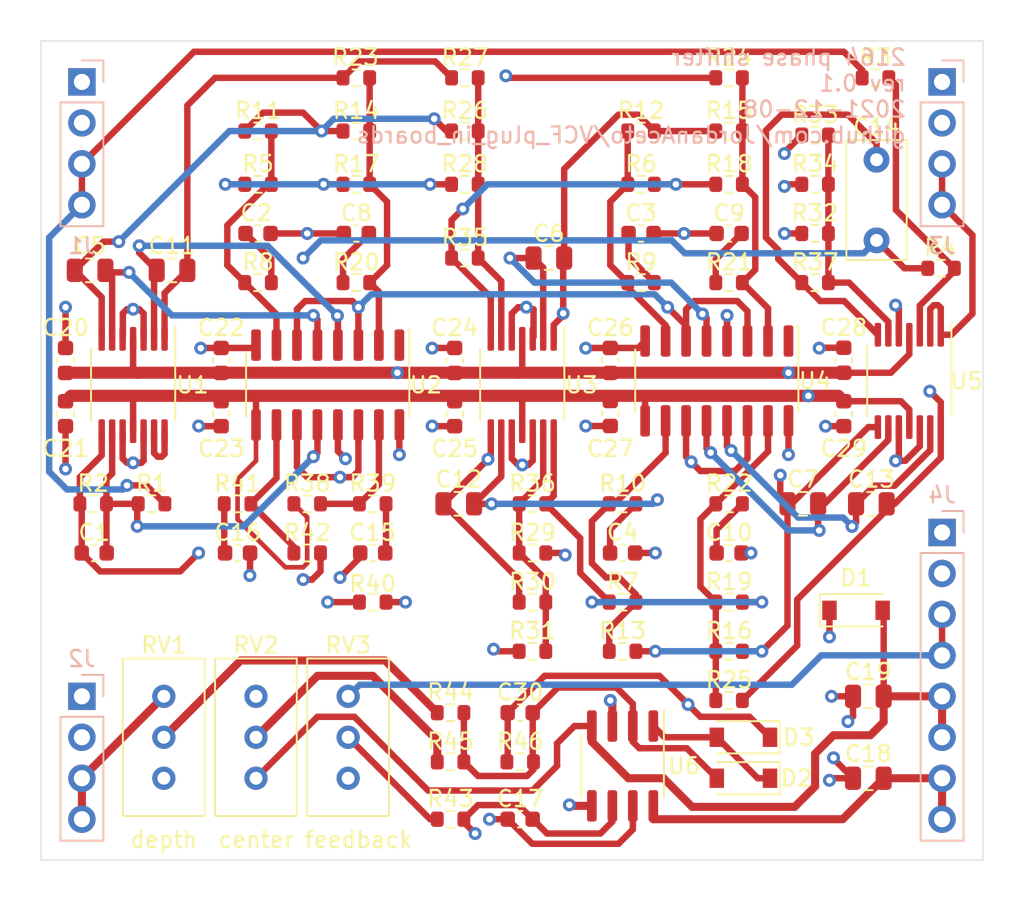
<source format=kicad_pcb>
(kicad_pcb (version 20171130) (host pcbnew 5.1.12-84ad8e8a86~92~ubuntu20.04.1)
  (title_block (title "2164 phasor plug-in board") (date 2021-12-08) (rev 0.1) (comment 1 creativecommons.org/licenses/by/4.0/) (comment 2 "License: CC by 4.0") (comment 3 "Author: Jordan Aceto"))
  (layers (0 Top_layer_1 signal) (1 GND_layer_2 power) (2 Mixed_layer_3 mixed) (31 Bottom_layer_4 signal) (34 B.Paste user) (35 F.Paste user) (36 B.SilkS user) (37 F.SilkS user) (38 B.Mask user) (39 F.Mask user) (44 Edge.Cuts user))
  (net 0 "")
  (net 1 +12V)
  (net 2 GND)
  (net 3 -12V)
  (net 4 "Net-(J3-Pad3)")
  (net 5 "Net-(J1-Pad3)")
  (net 6 /feedback_signal)
  (net 7 /all_pass_stages/signal_v_in)
  (net 8 "Net-(C2-Pad1)")
  (net 9 "Net-(C3-Pad1)")
  (net 10 "Net-(C4-Pad1)")
  (net 11 "Net-(C5-Pad2)")
  (net 12 "Net-(C5-Pad1)")
  (net 13 "Net-(C6-Pad2)")
  (net 14 "Net-(C6-Pad1)")
  (net 15 "Net-(C7-Pad2)")
  (net 16 "Net-(C7-Pad1)")
  (net 17 "Net-(C8-Pad1)")
  (net 18 "Net-(C9-Pad1)")
  (net 19 "Net-(C10-Pad1)")
  (net 20 "Net-(C11-Pad2)")
  (net 21 "Net-(C11-Pad1)")
  (net 22 "Net-(C12-Pad2)")
  (net 23 "Net-(C12-Pad1)")
  (net 24 "Net-(C13-Pad2)")
  (net 25 "Net-(C13-Pad1)")
  (net 26 "Net-(C14-Pad2)")
  (net 27 /feedback_VCA/feedback_signal_v_in)
  (net 28 "Net-(C15-Pad1)")
  (net 29 "Net-(C16-Pad1)")
  (net 30 "Net-(C17-Pad2)")
  (net 31 "Net-(C17-Pad1)")
  (net 32 /CV_scaler/raw_CV_in)
  (net 33 /feedback_VCA/feedback_CV_in)
  (net 34 "Net-(R3-Pad2)")
  (net 35 "Net-(R11-Pad2)")
  (net 36 "Net-(R18-Pad2)")
  (net 37 "Net-(R12-Pad2)")
  (net 38 "Net-(R19-Pad2)")
  (net 39 "Net-(R10-Pad1)")
  (net 40 "Net-(R14-Pad1)")
  (net 41 "Net-(R15-Pad1)")
  (net 42 "Net-(R16-Pad1)")
  (net 43 "Net-(R26-Pad1)")
  (net 44 "Net-(R29-Pad1)")
  (net 45 "Net-(R32-Pad1)")
  (net 46 "Net-(R38-Pad2)")
  (net 47 "Net-(R40-Pad1)")
  (net 48 "Net-(R41-Pad1)")
  (net 49 "Net-(R43-Pad2)")
  (net 50 "Net-(R44-Pad2)")
  (net 51 "Net-(R45-Pad2)")
  (net 52 /all_pass_stages/Vfc_in)
  (net 53 "Net-(U2-Pad1)")
  (net 54 "Net-(C30-Pad2)")
  (net 55 "Net-(U1-Pad13)")
  (net 56 "Net-(U4-Pad1)")
  (net 57 "Net-(D2-Pad1)")
  (module Diode_SMD:D_SOD-123 (layer Top_layer_1) (at 135 109.22 180)
    (fp_text reference D3 (at -3.43 0) (layer F.SilkS))
    (fp_text value 1N4148W)
    (pad 2 smd rect (at 1.65 0 180) (size 0.9 1.2) (layers Top_layer_1 F.Paste F.Mask) (net 57 "Net-(D2-Pad1)"))
    (pad 1 smd rect (at -1.65 0 180) (size 0.9 1.2) (layers Top_layer_1 F.Paste F.Mask) (net 52 /all_pass_stages/Vfc_in))
  )
  (module Diode_SMD:D_SOD-123 (layer Top_layer_1) (at 135 111.76 180)
    (fp_text reference D2 (at -3.302 0) (layer F.SilkS))
    (fp_text value 1N4148W)
    (pad 2 smd rect (at 1.65 0 180) (size 0.9 1.2) (layers Top_layer_1 F.Paste F.Mask) (net 54 "Net-(C30-Pad2)"))
    (pad 1 smd rect (at -1.65 0 180) (size 0.9 1.2) (layers Top_layer_1 F.Paste F.Mask) (net 57 "Net-(D2-Pad1)"))
  )
  (module Capacitor_THT:C_Rect_L7.2mm_W3.5mm_P5.00mm_FKS2_FKP2_MKS2_MKP2 (layer Top_layer_1) (at 143.256 78.406 90)
    (fp_text reference C14 (at 7.032 0 180) (layer F.SilkS))
    (fp_text value 470n)
    (pad 1 thru_hole circle (at 0 0 90) (size 1.6 1.6) (drill 0.8) (layers *.Cu *.Mask) (net 27 /feedback_VCA/feedback_signal_v_in))
    (pad 2 thru_hole circle (at 5 0 90) (size 1.6 1.6) (drill 0.8) (layers *.Cu *.Mask) (net 26 "Net-(C14-Pad2)"))
  )
  (module Package_SO:SOIC-16_3.9x9.9mm_P1.27mm (layer Top_layer_1) (at 133.35 87.122 270)
    (fp_text reference U4 (at 0 -6.096 180) (layer F.SilkS))
    (fp_text value SSI2164)
    (pad 16 smd roundrect (at 2.475 -4.445 270) (size 1.95 0.6) (layers Top_layer_1 F.Paste F.Mask) (net 1 +12V))
    (pad 15 smd roundrect (at 2.475 -3.175 270) (size 1.95 0.6) (layers Top_layer_1 F.Paste F.Mask) (net 42 "Net-(R16-Pad1)"))
    (pad 14 smd roundrect (at 2.475 -1.905 270) (size 1.95 0.6) (layers Top_layer_1 F.Paste F.Mask) (net 52 /all_pass_stages/Vfc_in))
    (pad 13 smd roundrect (at 2.475 -0.635 270) (size 1.95 0.6) (layers Top_layer_1 F.Paste F.Mask) (net 24 "Net-(C13-Pad2)"))
    (pad 12 smd roundrect (at 2.475 0.635 270) (size 1.95 0.6) (layers Top_layer_1 F.Paste F.Mask) (net 15 "Net-(C7-Pad2)"))
    (pad 11 smd roundrect (at 2.475 1.905 270) (size 1.95 0.6) (layers Top_layer_1 F.Paste F.Mask) (net 52 /all_pass_stages/Vfc_in))
    (pad 10 smd roundrect (at 2.475 3.175 270) (size 1.95 0.6) (layers Top_layer_1 F.Paste F.Mask) (net 39 "Net-(R10-Pad1)"))
    (pad 9 smd roundrect (at 2.475 4.445 270) (size 1.95 0.6) (layers Top_layer_1 F.Paste F.Mask) (net 3 -12V))
    (pad 8 smd roundrect (at -2.475 4.445 270) (size 1.95 0.6) (layers Top_layer_1 F.Paste F.Mask) (net 2 GND))
    (pad 7 smd roundrect (at -2.475 3.175 270) (size 1.95 0.6) (layers Top_layer_1 F.Paste F.Mask) (net 37 "Net-(R12-Pad2)"))
    (pad 6 smd roundrect (at -2.475 1.905 270) (size 1.95 0.6) (layers Top_layer_1 F.Paste F.Mask) (net 52 /all_pass_stages/Vfc_in))
    (pad 5 smd roundrect (at -2.475 0.635 270) (size 1.95 0.6) (layers Top_layer_1 F.Paste F.Mask) (net 13 "Net-(C6-Pad2)"))
    (pad 4 smd roundrect (at -2.475 -0.635 270) (size 1.95 0.6) (layers Top_layer_1 F.Paste F.Mask) (net 22 "Net-(C12-Pad2)"))
    (pad 3 smd roundrect (at -2.475 -1.905 270) (size 1.95 0.6) (layers Top_layer_1 F.Paste F.Mask) (net 52 /all_pass_stages/Vfc_in))
    (pad 2 smd roundrect (at -2.475 -3.175 270) (size 1.95 0.6) (layers Top_layer_1 F.Paste F.Mask) (net 41 "Net-(R15-Pad1)"))
    (pad 1 smd roundrect (at -2.475 -4.445 270) (size 1.95 0.6) (layers Top_layer_1 F.Paste F.Mask) (net 56 "Net-(U4-Pad1)"))
  )
  (module Package_SO:TSSOP-14_4.4x5mm_P0.65mm (layer Top_layer_1) (at 145.288 87.122 270)
    (fp_text reference U5 (at 0 -3.556 180) (layer F.SilkS))
    (fp_text value TL074)
    (pad 14 smd roundrect (at 2.8625 -1.95 270) (size 1.475 0.4) (layers Top_layer_1 F.Paste F.Mask) (net 25 "Net-(C13-Pad1)"))
    (pad 13 smd roundrect (at 2.8625 -1.3 270) (size 1.475 0.4) (layers Top_layer_1 F.Paste F.Mask) (net 24 "Net-(C13-Pad2)"))
    (pad 12 smd roundrect (at 2.8625 -0.65 270) (size 1.475 0.4) (layers Top_layer_1 F.Paste F.Mask) (net 2 GND))
    (pad 11 smd roundrect (at 2.8625 0 270) (size 1.475 0.4) (layers Top_layer_1 F.Paste F.Mask) (net 3 -12V))
    (pad 10 smd roundrect (at 2.8625 0.65 270) (size 1.475 0.4) (layers Top_layer_1 F.Paste F.Mask) (net 2 GND))
    (pad 9 smd roundrect (at 2.8625 1.3 270) (size 1.475 0.4) (layers Top_layer_1 F.Paste F.Mask) (net 15 "Net-(C7-Pad2)"))
    (pad 8 smd roundrect (at 2.8625 1.95 270) (size 1.475 0.4) (layers Top_layer_1 F.Paste F.Mask) (net 16 "Net-(C7-Pad1)"))
    (pad 7 smd roundrect (at -2.8625 1.95 270) (size 1.475 0.4) (layers Top_layer_1 F.Paste F.Mask) (net 26 "Net-(C14-Pad2)"))
    (pad 6 smd roundrect (at -2.8625 1.3 270) (size 1.475 0.4) (layers Top_layer_1 F.Paste F.Mask) (net 45 "Net-(R32-Pad1)"))
    (pad 5 smd roundrect (at -2.8625 0.65 270) (size 1.475 0.4) (layers Top_layer_1 F.Paste F.Mask) (net 2 GND))
    (pad 4 smd roundrect (at -2.8625 0 270) (size 1.475 0.4) (layers Top_layer_1 F.Paste F.Mask) (net 1 +12V))
    (pad 3 smd roundrect (at -2.8625 -0.65 270) (size 1.475 0.4) (layers Top_layer_1 F.Paste F.Mask) (net 34 "Net-(R3-Pad2)"))
    (pad 2 smd roundrect (at -2.8625 -1.3 270) (size 1.475 0.4) (layers Top_layer_1 F.Paste F.Mask) (net 4 "Net-(J3-Pad3)"))
    (pad 1 smd roundrect (at -2.8625 -1.95 270) (size 1.475 0.4) (layers Top_layer_1 F.Paste F.Mask) (net 4 "Net-(J3-Pad3)"))
  )
  (module Package_SO:TSSOP-14_4.4x5mm_P0.65mm (layer Top_layer_1) (at 121.285 87.376 270)
    (fp_text reference U3 (at 0 -3.683 180) (layer F.SilkS))
    (fp_text value TL074)
    (pad 14 smd roundrect (at 2.8625 -1.95 270) (size 1.475 0.4) (layers Top_layer_1 F.Paste F.Mask) (net 38 "Net-(R19-Pad2)"))
    (pad 13 smd roundrect (at 2.8625 -1.3 270) (size 1.475 0.4) (layers Top_layer_1 F.Paste F.Mask) (net 44 "Net-(R29-Pad1)"))
    (pad 12 smd roundrect (at 2.8625 -0.65 270) (size 1.475 0.4) (layers Top_layer_1 F.Paste F.Mask) (net 2 GND))
    (pad 11 smd roundrect (at 2.8625 0 270) (size 1.475 0.4) (layers Top_layer_1 F.Paste F.Mask) (net 3 -12V))
    (pad 10 smd roundrect (at 2.8625 0.65 270) (size 1.475 0.4) (layers Top_layer_1 F.Paste F.Mask) (net 2 GND))
    (pad 9 smd roundrect (at 2.8625 1.3 270) (size 1.475 0.4) (layers Top_layer_1 F.Paste F.Mask) (net 22 "Net-(C12-Pad2)"))
    (pad 8 smd roundrect (at 2.8625 1.95 270) (size 1.475 0.4) (layers Top_layer_1 F.Paste F.Mask) (net 23 "Net-(C12-Pad1)"))
    (pad 7 smd roundrect (at -2.8625 1.95 270) (size 1.475 0.4) (layers Top_layer_1 F.Paste F.Mask) (net 36 "Net-(R18-Pad2)"))
    (pad 6 smd roundrect (at -2.8625 1.3 270) (size 1.475 0.4) (layers Top_layer_1 F.Paste F.Mask) (net 43 "Net-(R26-Pad1)"))
    (pad 5 smd roundrect (at -2.8625 0.65 270) (size 1.475 0.4) (layers Top_layer_1 F.Paste F.Mask) (net 2 GND))
    (pad 4 smd roundrect (at -2.8625 0 270) (size 1.475 0.4) (layers Top_layer_1 F.Paste F.Mask) (net 1 +12V))
    (pad 3 smd roundrect (at -2.8625 -0.65 270) (size 1.475 0.4) (layers Top_layer_1 F.Paste F.Mask) (net 2 GND))
    (pad 2 smd roundrect (at -2.8625 -1.3 270) (size 1.475 0.4) (layers Top_layer_1 F.Paste F.Mask) (net 13 "Net-(C6-Pad2)"))
    (pad 1 smd roundrect (at -2.8625 -1.95 270) (size 1.475 0.4) (layers Top_layer_1 F.Paste F.Mask) (net 14 "Net-(C6-Pad1)"))
  )
  (module Package_SO:TSSOP-14_4.4x5mm_P0.65mm (layer Top_layer_1) (at 97.155 87.376 270)
    (fp_text reference U1 (at 0 -3.683 180) (layer F.SilkS))
    (fp_text value TL074)
    (pad 14 smd roundrect (at 2.8625 -1.95 270) (size 1.475 0.4) (layers Top_layer_1 F.Paste F.Mask) (net 55 "Net-(U1-Pad13)"))
    (pad 13 smd roundrect (at 2.8625 -1.3 270) (size 1.475 0.4) (layers Top_layer_1 F.Paste F.Mask) (net 55 "Net-(U1-Pad13)"))
    (pad 12 smd roundrect (at 2.8625 -0.65 270) (size 1.475 0.4) (layers Top_layer_1 F.Paste F.Mask) (net 2 GND))
    (pad 11 smd roundrect (at 2.8625 0 270) (size 1.475 0.4) (layers Top_layer_1 F.Paste F.Mask) (net 3 -12V))
    (pad 10 smd roundrect (at 2.8625 0.65 270) (size 1.475 0.4) (layers Top_layer_1 F.Paste F.Mask) (net 2 GND))
    (pad 9 smd roundrect (at 2.8625 1.3 270) (size 1.475 0.4) (layers Top_layer_1 F.Paste F.Mask) (net 6 /feedback_signal))
    (pad 8 smd roundrect (at 2.8625 1.95 270) (size 1.475 0.4) (layers Top_layer_1 F.Paste F.Mask) (net 7 /all_pass_stages/signal_v_in))
    (pad 7 smd roundrect (at -2.8625 1.95 270) (size 1.475 0.4) (layers Top_layer_1 F.Paste F.Mask) (net 12 "Net-(C5-Pad1)"))
    (pad 6 smd roundrect (at -2.8625 1.3 270) (size 1.475 0.4) (layers Top_layer_1 F.Paste F.Mask) (net 11 "Net-(C5-Pad2)"))
    (pad 5 smd roundrect (at -2.8625 0.65 270) (size 1.475 0.4) (layers Top_layer_1 F.Paste F.Mask) (net 2 GND))
    (pad 4 smd roundrect (at -2.8625 0 270) (size 1.475 0.4) (layers Top_layer_1 F.Paste F.Mask) (net 1 +12V))
    (pad 3 smd roundrect (at -2.8625 -0.65 270) (size 1.475 0.4) (layers Top_layer_1 F.Paste F.Mask) (net 2 GND))
    (pad 2 smd roundrect (at -2.8625 -1.3 270) (size 1.475 0.4) (layers Top_layer_1 F.Paste F.Mask) (net 20 "Net-(C11-Pad2)"))
    (pad 1 smd roundrect (at -2.8625 -1.95 270) (size 1.475 0.4) (layers Top_layer_1 F.Paste F.Mask) (net 21 "Net-(C11-Pad1)"))
  )
  (module Resistor_SMD:R_0603_1608Metric (layer Top_layer_1) (at 121.158 110.744)
    (fp_text reference R46 (at 0 -1.27) (layer F.SilkS))
    (fp_text value 150k)
    (pad 2 smd roundrect (at 0.825 0) (size 0.8 0.95) (layers Top_layer_1 F.Paste F.Mask) (net 54 "Net-(C30-Pad2)"))
    (pad 1 smd roundrect (at -0.825 0) (size 0.8 0.95) (layers Top_layer_1 F.Paste F.Mask) (net 52 /all_pass_stages/Vfc_in))
  )
  (module Resistor_SMD:R_0603_1608Metric (layer Top_layer_1) (at 116.84 110.744 180)
    (fp_text reference R45 (at 0 1.27) (layer F.SilkS))
    (fp_text value 680k)
    (pad 2 smd roundrect (at 0.825 0 180) (size 0.8 0.95) (layers Top_layer_1 F.Paste F.Mask) (net 51 "Net-(R45-Pad2)"))
    (pad 1 smd roundrect (at -0.825 0 180) (size 0.8 0.95) (layers Top_layer_1 F.Paste F.Mask) (net 54 "Net-(C30-Pad2)"))
  )
  (module Resistor_SMD:R_0603_1608Metric (layer Top_layer_1) (at 116.84 107.696 180)
    (fp_text reference R44 (at 0 1.27) (layer F.SilkS))
    (fp_text value 100k)
    (pad 2 smd roundrect (at 0.825 0 180) (size 0.8 0.95) (layers Top_layer_1 F.Paste F.Mask) (net 50 "Net-(R44-Pad2)"))
    (pad 1 smd roundrect (at -0.825 0 180) (size 0.8 0.95) (layers Top_layer_1 F.Paste F.Mask) (net 54 "Net-(C30-Pad2)"))
  )
  (module Resistor_SMD:R_0603_1608Metric (layer Top_layer_1) (at 116.84 114.3 180)
    (fp_text reference R43 (at 0 1.27) (layer F.SilkS))
    (fp_text value 51k)
    (pad 2 smd roundrect (at 0.825 0 180) (size 0.8 0.95) (layers Top_layer_1 F.Paste F.Mask) (net 49 "Net-(R43-Pad2)"))
    (pad 1 smd roundrect (at -0.825 0 180) (size 0.8 0.95) (layers Top_layer_1 F.Paste F.Mask) (net 30 "Net-(C17-Pad2)"))
  )
  (module Resistor_SMD:R_0603_1608Metric (layer Top_layer_1) (at 107.95 97.79)
    (fp_text reference R42 (at 0 -1.27) (layer F.SilkS))
    (fp_text value 30k)
    (pad 2 smd roundrect (at 0.825 0) (size 0.8 0.95) (layers Top_layer_1 F.Paste F.Mask) (net 27 /feedback_VCA/feedback_signal_v_in))
    (pad 1 smd roundrect (at -0.825 0) (size 0.8 0.95) (layers Top_layer_1 F.Paste F.Mask) (net 48 "Net-(R41-Pad1)"))
  )
  (module Resistor_SMD:R_0603_1608Metric (layer Top_layer_1) (at 103.632 94.742 180)
    (fp_text reference R41 (at 0 1.27) (layer F.SilkS))
    (fp_text value 220)
    (pad 2 smd roundrect (at 0.825 0 180) (size 0.8 0.95) (layers Top_layer_1 F.Paste F.Mask) (net 29 "Net-(C16-Pad1)"))
    (pad 1 smd roundrect (at -0.825 0 180) (size 0.8 0.95) (layers Top_layer_1 F.Paste F.Mask) (net 48 "Net-(R41-Pad1)"))
  )
  (module Resistor_SMD:R_0603_1608Metric (layer Top_layer_1) (at 112.014 100.838)
    (fp_text reference R40 (at 0 -1.143) (layer F.SilkS))
    (fp_text value 4k7)
    (pad 2 smd roundrect (at 0.825 0) (size 0.8 0.95) (layers Top_layer_1 F.Paste F.Mask) (net 31 "Net-(C17-Pad1)"))
    (pad 1 smd roundrect (at -0.825 0) (size 0.8 0.95) (layers Top_layer_1 F.Paste F.Mask) (net 47 "Net-(R40-Pad1)"))
  )
  (module Resistor_SMD:R_0603_1608Metric (layer Top_layer_1) (at 112.014 94.742)
    (fp_text reference R39 (at 0 -1.27) (layer F.SilkS))
    (fp_text value 220)
    (pad 2 smd roundrect (at 0.825 0) (size 0.8 0.95) (layers Top_layer_1 F.Paste F.Mask) (net 28 "Net-(C15-Pad1)"))
    (pad 1 smd roundrect (at -0.825 0) (size 0.8 0.95) (layers Top_layer_1 F.Paste F.Mask) (net 46 "Net-(R38-Pad2)"))
  )
  (module Resistor_SMD:R_0603_1608Metric (layer Top_layer_1) (at 107.95 94.742)
    (fp_text reference R38 (at 0 -1.27) (layer F.SilkS))
    (fp_text value 270k)
    (pad 2 smd roundrect (at 0.825 0) (size 0.8 0.95) (layers Top_layer_1 F.Paste F.Mask) (net 46 "Net-(R38-Pad2)"))
    (pad 1 smd roundrect (at -0.825 0) (size 0.8 0.95) (layers Top_layer_1 F.Paste F.Mask) (net 3 -12V))
  )
  (module Resistor_SMD:R_0603_1608Metric (layer Top_layer_1) (at 139.446 81.026)
    (fp_text reference R37 (at 0 -1.27) (layer F.SilkS))
    (fp_text value 20k)
    (pad 2 smd roundrect (at 0.825 0) (size 0.8 0.95) (layers Top_layer_1 F.Paste F.Mask) (net 45 "Net-(R32-Pad1)"))
    (pad 1 smd roundrect (at -0.825 0) (size 0.8 0.95) (layers Top_layer_1 F.Paste F.Mask) (net 26 "Net-(C14-Pad2)"))
  )
  (module Resistor_SMD:R_0603_1608Metric (layer Top_layer_1) (at 121.92 94.742 180)
    (fp_text reference R36 (at 0 1.27) (layer F.SilkS))
    (fp_text value 20k)
    (pad 2 smd roundrect (at 0.825 0 180) (size 0.8 0.95) (layers Top_layer_1 F.Paste F.Mask) (net 44 "Net-(R29-Pad1)"))
    (pad 1 smd roundrect (at -0.825 0 180) (size 0.8 0.95) (layers Top_layer_1 F.Paste F.Mask) (net 38 "Net-(R19-Pad2)"))
  )
  (module Resistor_SMD:R_0603_1608Metric (layer Top_layer_1) (at 117.729 79.502)
    (fp_text reference R35 (at 0 -1.27) (layer F.SilkS))
    (fp_text value 20k)
    (pad 2 smd roundrect (at 0.825 0) (size 0.8 0.95) (layers Top_layer_1 F.Paste F.Mask) (net 43 "Net-(R26-Pad1)"))
    (pad 1 smd roundrect (at -0.825 0) (size 0.8 0.95) (layers Top_layer_1 F.Paste F.Mask) (net 36 "Net-(R18-Pad2)"))
  )
  (module Resistor_SMD:R_0603_1608Metric (layer Top_layer_1) (at 139.446 74.93 180)
    (fp_text reference R34 (at 0 1.27) (layer F.SilkS))
    (fp_text value 20k)
    (pad 2 smd roundrect (at 0.825 0 180) (size 0.8 0.95) (layers Top_layer_1 F.Paste F.Mask) (net 38 "Net-(R19-Pad2)"))
    (pad 1 smd roundrect (at -0.825 0 180) (size 0.8 0.95) (layers Top_layer_1 F.Paste F.Mask) (net 45 "Net-(R32-Pad1)"))
  )
  (module Resistor_SMD:R_0603_1608Metric (layer Top_layer_1) (at 139.446 71.882 180)
    (fp_text reference R33 (at 0 1.27) (layer F.SilkS))
    (fp_text value 10k)
    (pad 2 smd roundrect (at 0.825 0 180) (size 0.8 0.95) (layers Top_layer_1 F.Paste F.Mask) (net 25 "Net-(C13-Pad1)"))
    (pad 1 smd roundrect (at -0.825 0 180) (size 0.8 0.95) (layers Top_layer_1 F.Paste F.Mask) (net 45 "Net-(R32-Pad1)"))
  )
  (module Resistor_SMD:R_0603_1608Metric (layer Top_layer_1) (at 139.446 77.978 180)
    (fp_text reference R32 (at 0 1.27) (layer F.SilkS))
    (fp_text value 10k)
    (pad 2 smd roundrect (at 0.825 0 180) (size 0.8 0.95) (layers Top_layer_1 F.Paste F.Mask) (net 16 "Net-(C7-Pad1)"))
    (pad 1 smd roundrect (at -0.825 0 180) (size 0.8 0.95) (layers Top_layer_1 F.Paste F.Mask) (net 45 "Net-(R32-Pad1)"))
  )
  (module Resistor_SMD:R_0603_1608Metric (layer Top_layer_1) (at 121.92 103.886 180)
    (fp_text reference R31 (at 0 1.27) (layer F.SilkS))
    (fp_text value 20k)
    (pad 2 smd roundrect (at 0.825 0 180) (size 0.8 0.95) (layers Top_layer_1 F.Paste F.Mask) (net 36 "Net-(R18-Pad2)"))
    (pad 1 smd roundrect (at -0.825 0 180) (size 0.8 0.95) (layers Top_layer_1 F.Paste F.Mask) (net 44 "Net-(R29-Pad1)"))
  )
  (module Resistor_SMD:R_0603_1608Metric (layer Top_layer_1) (at 121.92 100.838 180)
    (fp_text reference R30 (at 0 1.27) (layer F.SilkS))
    (fp_text value 10k)
    (pad 2 smd roundrect (at 0.825 0 180) (size 0.8 0.95) (layers Top_layer_1 F.Paste F.Mask) (net 23 "Net-(C12-Pad1)"))
    (pad 1 smd roundrect (at -0.825 0 180) (size 0.8 0.95) (layers Top_layer_1 F.Paste F.Mask) (net 44 "Net-(R29-Pad1)"))
  )
  (module Resistor_SMD:R_0603_1608Metric (layer Top_layer_1) (at 121.92 97.79)
    (fp_text reference R29 (at 0 -1.27) (layer F.SilkS))
    (fp_text value 10k)
    (pad 2 smd roundrect (at 0.825 0) (size 0.8 0.95) (layers Top_layer_1 F.Paste F.Mask) (net 14 "Net-(C6-Pad1)"))
    (pad 1 smd roundrect (at -0.825 0) (size 0.8 0.95) (layers Top_layer_1 F.Paste F.Mask) (net 44 "Net-(R29-Pad1)"))
  )
  (module Resistor_SMD:R_0603_1608Metric (layer Top_layer_1) (at 117.729 74.93 180)
    (fp_text reference R28 (at 0 1.27) (layer F.SilkS))
    (fp_text value 20k)
    (pad 2 smd roundrect (at 0.825 0 180) (size 0.8 0.95) (layers Top_layer_1 F.Paste F.Mask) (net 7 /all_pass_stages/signal_v_in))
    (pad 1 smd roundrect (at -0.825 0 180) (size 0.8 0.95) (layers Top_layer_1 F.Paste F.Mask) (net 43 "Net-(R26-Pad1)"))
  )
  (module Resistor_SMD:R_0603_1608Metric (layer Top_layer_1) (at 117.729 68.326 180)
    (fp_text reference R27 (at 0 1.27) (layer F.SilkS))
    (fp_text value 10k)
    (pad 2 smd roundrect (at 0.825 0 180) (size 0.8 0.95) (layers Top_layer_1 F.Paste F.Mask) (net 21 "Net-(C11-Pad1)"))
    (pad 1 smd roundrect (at -0.825 0 180) (size 0.8 0.95) (layers Top_layer_1 F.Paste F.Mask) (net 43 "Net-(R26-Pad1)"))
  )
  (module Resistor_SMD:R_0603_1608Metric (layer Top_layer_1) (at 117.729 71.628 180)
    (fp_text reference R26 (at 0 1.27) (layer F.SilkS))
    (fp_text value 10k)
    (pad 2 smd roundrect (at 0.825 0 180) (size 0.8 0.95) (layers Top_layer_1 F.Paste F.Mask) (net 12 "Net-(C5-Pad1)"))
    (pad 1 smd roundrect (at -0.825 0 180) (size 0.8 0.95) (layers Top_layer_1 F.Paste F.Mask) (net 43 "Net-(R26-Pad1)"))
  )
  (module Resistor_SMD:R_0603_1608Metric (layer Top_layer_1) (at 134.112 106.934 180)
    (fp_text reference R25 (at 0 1.27) (layer F.SilkS))
    (fp_text value 30k)
    (pad 2 smd roundrect (at 0.825 0 180) (size 0.8 0.95) (layers Top_layer_1 F.Paste F.Mask) (net 42 "Net-(R16-Pad1)"))
    (pad 1 smd roundrect (at -0.825 0 180) (size 0.8 0.95) (layers Top_layer_1 F.Paste F.Mask) (net 25 "Net-(C13-Pad1)"))
  )
  (module Resistor_SMD:R_0603_1608Metric (layer Top_layer_1) (at 134.112 68.326)
    (fp_text reference R24 (at 0 -1.27) (layer F.SilkS))
    (fp_text value 30k)
    (pad 2 smd roundrect (at 0.825 0) (size 0.8 0.95) (layers Top_layer_1 F.Paste F.Mask) (net 41 "Net-(R15-Pad1)"))
    (pad 1 smd roundrect (at -0.825 0) (size 0.8 0.95) (layers Top_layer_1 F.Paste F.Mask) (net 23 "Net-(C12-Pad1)"))
  )
  (module Resistor_SMD:R_0603_1608Metric (layer Top_layer_1) (at 110.998 68.326)
    (fp_text reference R23 (at -0.064 -1.27) (layer F.SilkS))
    (fp_text value 30k)
    (pad 2 smd roundrect (at 0.825 0) (size 0.8 0.95) (layers Top_layer_1 F.Paste F.Mask) (net 40 "Net-(R14-Pad1)"))
    (pad 1 smd roundrect (at -0.825 0) (size 0.8 0.95) (layers Top_layer_1 F.Paste F.Mask) (net 21 "Net-(C11-Pad1)"))
  )
  (module Resistor_SMD:R_0603_1608Metric (layer Top_layer_1) (at 134.112 94.742)
    (fp_text reference R22 (at 0 -1.27) (layer F.SilkS))
    (fp_text value 220)
    (pad 2 smd roundrect (at 0.825 0) (size 0.8 0.95) (layers Top_layer_1 F.Paste F.Mask) (net 19 "Net-(C10-Pad1)"))
    (pad 1 smd roundrect (at -0.825 0) (size 0.8 0.95) (layers Top_layer_1 F.Paste F.Mask) (net 42 "Net-(R16-Pad1)"))
  )
  (module Resistor_SMD:R_0603_1608Metric (layer Top_layer_1) (at 134.112 81.026 180)
    (fp_text reference R21 (at 0 1.27) (layer F.SilkS))
    (fp_text value 220)
    (pad 2 smd roundrect (at 0.825 0 180) (size 0.8 0.95) (layers Top_layer_1 F.Paste F.Mask) (net 18 "Net-(C9-Pad1)"))
    (pad 1 smd roundrect (at -0.825 0 180) (size 0.8 0.95) (layers Top_layer_1 F.Paste F.Mask) (net 41 "Net-(R15-Pad1)"))
  )
  (module Resistor_SMD:R_0603_1608Metric (layer Top_layer_1) (at 110.998 81.026 180)
    (fp_text reference R20 (at 0 1.27) (layer F.SilkS))
    (fp_text value 220)
    (pad 2 smd roundrect (at 0.825 0 180) (size 0.8 0.95) (layers Top_layer_1 F.Paste F.Mask) (net 17 "Net-(C8-Pad1)"))
    (pad 1 smd roundrect (at -0.825 0 180) (size 0.8 0.95) (layers Top_layer_1 F.Paste F.Mask) (net 40 "Net-(R14-Pad1)"))
  )
  (module Resistor_SMD:R_0603_1608Metric (layer Top_layer_1) (at 134.112 100.838)
    (fp_text reference R19 (at 0 -1.27) (layer F.SilkS))
    (fp_text value 30k)
    (pad 2 smd roundrect (at 0.825 0) (size 0.8 0.95) (layers Top_layer_1 F.Paste F.Mask) (net 38 "Net-(R19-Pad2)"))
    (pad 1 smd roundrect (at -0.825 0) (size 0.8 0.95) (layers Top_layer_1 F.Paste F.Mask) (net 42 "Net-(R16-Pad1)"))
  )
  (module Resistor_SMD:R_0603_1608Metric (layer Top_layer_1) (at 134.112 74.93 180)
    (fp_text reference R18 (at 0 1.27) (layer F.SilkS))
    (fp_text value 30k)
    (pad 2 smd roundrect (at 0.825 0 180) (size 0.8 0.95) (layers Top_layer_1 F.Paste F.Mask) (net 36 "Net-(R18-Pad2)"))
    (pad 1 smd roundrect (at -0.825 0 180) (size 0.8 0.95) (layers Top_layer_1 F.Paste F.Mask) (net 41 "Net-(R15-Pad1)"))
  )
  (module Resistor_SMD:R_0603_1608Metric (layer Top_layer_1) (at 110.998 74.93 180)
    (fp_text reference R17 (at 0 1.27) (layer F.SilkS))
    (fp_text value 30k)
    (pad 2 smd roundrect (at 0.825 0 180) (size 0.8 0.95) (layers Top_layer_1 F.Paste F.Mask) (net 7 /all_pass_stages/signal_v_in))
    (pad 1 smd roundrect (at -0.825 0 180) (size 0.8 0.95) (layers Top_layer_1 F.Paste F.Mask) (net 40 "Net-(R14-Pad1)"))
  )
  (module Resistor_SMD:R_0603_1608Metric (layer Top_layer_1) (at 134.112 103.886)
    (fp_text reference R16 (at 0 -1.27) (layer F.SilkS))
    (fp_text value 15k)
    (pad 2 smd roundrect (at 0.825 0) (size 0.8 0.95) (layers Top_layer_1 F.Paste F.Mask) (net 16 "Net-(C7-Pad1)"))
    (pad 1 smd roundrect (at -0.825 0) (size 0.8 0.95) (layers Top_layer_1 F.Paste F.Mask) (net 42 "Net-(R16-Pad1)"))
  )
  (module Resistor_SMD:R_0603_1608Metric (layer Top_layer_1) (at 134.112 71.628 180)
    (fp_text reference R15 (at 0 1.27) (layer F.SilkS))
    (fp_text value 15k)
    (pad 2 smd roundrect (at 0.825 0 180) (size 0.8 0.95) (layers Top_layer_1 F.Paste F.Mask) (net 14 "Net-(C6-Pad1)"))
    (pad 1 smd roundrect (at -0.825 0 180) (size 0.8 0.95) (layers Top_layer_1 F.Paste F.Mask) (net 41 "Net-(R15-Pad1)"))
  )
  (module Resistor_SMD:R_0603_1608Metric (layer Top_layer_1) (at 110.998 71.628 180)
    (fp_text reference R14 (at 0 1.27) (layer F.SilkS))
    (fp_text value 15k)
    (pad 2 smd roundrect (at 0.825 0 180) (size 0.8 0.95) (layers Top_layer_1 F.Paste F.Mask) (net 12 "Net-(C5-Pad1)"))
    (pad 1 smd roundrect (at -0.825 0 180) (size 0.8 0.95) (layers Top_layer_1 F.Paste F.Mask) (net 40 "Net-(R14-Pad1)"))
  )
  (module Resistor_SMD:R_0603_1608Metric (layer Top_layer_1) (at 127.508 103.886 180)
    (fp_text reference R13 (at 0 1.27) (layer F.SilkS))
    (fp_text value 30k)
    (pad 2 smd roundrect (at 0.825 0 180) (size 0.8 0.95) (layers Top_layer_1 F.Paste F.Mask) (net 39 "Net-(R10-Pad1)"))
    (pad 1 smd roundrect (at -0.825 0 180) (size 0.8 0.95) (layers Top_layer_1 F.Paste F.Mask) (net 16 "Net-(C7-Pad1)"))
  )
  (module Resistor_SMD:R_0603_1608Metric (layer Top_layer_1) (at 128.651 71.628 180)
    (fp_text reference R12 (at 0 1.27) (layer F.SilkS))
    (fp_text value 30k)
    (pad 2 smd roundrect (at 0.825 0 180) (size 0.8 0.95) (layers Top_layer_1 F.Paste F.Mask) (net 37 "Net-(R12-Pad2)"))
    (pad 1 smd roundrect (at -0.825 0 180) (size 0.8 0.95) (layers Top_layer_1 F.Paste F.Mask) (net 14 "Net-(C6-Pad1)"))
  )
  (module Resistor_SMD:R_0603_1608Metric (layer Top_layer_1) (at 104.902 71.628)
    (fp_text reference R11 (at 0 -1.27) (layer F.SilkS))
    (fp_text value 30k)
    (pad 2 smd roundrect (at 0.825 0) (size 0.8 0.95) (layers Top_layer_1 F.Paste F.Mask) (net 35 "Net-(R11-Pad2)"))
    (pad 1 smd roundrect (at -0.825 0) (size 0.8 0.95) (layers Top_layer_1 F.Paste F.Mask) (net 12 "Net-(C5-Pad1)"))
  )
  (module Resistor_SMD:R_0603_1608Metric (layer Top_layer_1) (at 127.508 94.742)
    (fp_text reference R10 (at 0 -1.27) (layer F.SilkS))
    (fp_text value 220)
    (pad 2 smd roundrect (at 0.825 0) (size 0.8 0.95) (layers Top_layer_1 F.Paste F.Mask) (net 10 "Net-(C4-Pad1)"))
    (pad 1 smd roundrect (at -0.825 0) (size 0.8 0.95) (layers Top_layer_1 F.Paste F.Mask) (net 39 "Net-(R10-Pad1)"))
  )
  (module Resistor_SMD:R_0603_1608Metric (layer Top_layer_1) (at 128.651 81.026)
    (fp_text reference R9 (at 0 -1.27) (layer F.SilkS))
    (fp_text value 220)
    (pad 2 smd roundrect (at 0.825 0) (size 0.8 0.95) (layers Top_layer_1 F.Paste F.Mask) (net 9 "Net-(C3-Pad1)"))
    (pad 1 smd roundrect (at -0.825 0) (size 0.8 0.95) (layers Top_layer_1 F.Paste F.Mask) (net 37 "Net-(R12-Pad2)"))
  )
  (module Resistor_SMD:R_0603_1608Metric (layer Top_layer_1) (at 104.902 81.026)
    (fp_text reference R8 (at 0 -1.27) (layer F.SilkS))
    (fp_text value 220)
    (pad 2 smd roundrect (at 0.825 0) (size 0.8 0.95) (layers Top_layer_1 F.Paste F.Mask) (net 8 "Net-(C2-Pad1)"))
    (pad 1 smd roundrect (at -0.825 0) (size 0.8 0.95) (layers Top_layer_1 F.Paste F.Mask) (net 35 "Net-(R11-Pad2)"))
  )
  (module Resistor_SMD:R_0603_1608Metric (layer Top_layer_1) (at 127.508 100.838 180)
    (fp_text reference R7 (at 0 1.27) (layer F.SilkS))
    (fp_text value 30k)
    (pad 2 smd roundrect (at 0.825 0 180) (size 0.8 0.95) (layers Top_layer_1 F.Paste F.Mask) (net 38 "Net-(R19-Pad2)"))
    (pad 1 smd roundrect (at -0.825 0 180) (size 0.8 0.95) (layers Top_layer_1 F.Paste F.Mask) (net 39 "Net-(R10-Pad1)"))
  )
  (module Resistor_SMD:R_0603_1608Metric (layer Top_layer_1) (at 128.651 74.93)
    (fp_text reference R6 (at 0 -1.27) (layer F.SilkS))
    (fp_text value 30k)
    (pad 2 smd roundrect (at 0.825 0) (size 0.8 0.95) (layers Top_layer_1 F.Paste F.Mask) (net 36 "Net-(R18-Pad2)"))
    (pad 1 smd roundrect (at -0.825 0) (size 0.8 0.95) (layers Top_layer_1 F.Paste F.Mask) (net 37 "Net-(R12-Pad2)"))
  )
  (module Resistor_SMD:R_0603_1608Metric (layer Top_layer_1) (at 104.902 74.93 180)
    (fp_text reference R5 (at 0 1.27) (layer F.SilkS))
    (fp_text value 30k)
    (pad 2 smd roundrect (at 0.825 0 180) (size 0.8 0.95) (layers Top_layer_1 F.Paste F.Mask) (net 7 /all_pass_stages/signal_v_in))
    (pad 1 smd roundrect (at -0.825 0 180) (size 0.8 0.95) (layers Top_layer_1 F.Paste F.Mask) (net 35 "Net-(R11-Pad2)"))
  )
  (module Resistor_SMD:R_0603_1608Metric (layer Top_layer_1) (at 147.257 80.137 180)
    (fp_text reference R4 (at 0.063 1.27) (layer F.SilkS))
    (fp_text value 12k)
    (pad 2 smd roundrect (at 0.825 0 180) (size 0.8 0.95) (layers Top_layer_1 F.Paste F.Mask) (net 27 /feedback_VCA/feedback_signal_v_in))
    (pad 1 smd roundrect (at -0.825 0 180) (size 0.8 0.95) (layers Top_layer_1 F.Paste F.Mask) (net 34 "Net-(R3-Pad2)"))
  )
  (module Resistor_SMD:R_0603_1608Metric (layer Top_layer_1) (at 143.192 68.326)
    (fp_text reference R3 (at 0 -1.27) (layer F.SilkS))
    (fp_text value 30k)
    (pad 2 smd roundrect (at 0.825 0) (size 0.8 0.95) (layers Top_layer_1 F.Paste F.Mask) (net 34 "Net-(R3-Pad2)"))
    (pad 1 smd roundrect (at -0.825 0) (size 0.8 0.95) (layers Top_layer_1 F.Paste F.Mask) (net 5 "Net-(J1-Pad3)"))
  )
  (module Resistor_SMD:R_0603_1608Metric (layer Top_layer_1) (at 94.679 94.742)
    (fp_text reference R2 (at 0 -1.27) (layer F.SilkS))
    (fp_text value 30k)
    (pad 2 smd roundrect (at 0.825 0) (size 0.8 0.95) (layers Top_layer_1 F.Paste F.Mask) (net 6 /feedback_signal))
    (pad 1 smd roundrect (at -0.825 0) (size 0.8 0.95) (layers Top_layer_1 F.Paste F.Mask) (net 7 /all_pass_stages/signal_v_in))
  )
  (module Resistor_SMD:R_0603_1608Metric (layer Top_layer_1) (at 98.298 94.742)
    (fp_text reference R1 (at 0 -1.27) (layer F.SilkS))
    (fp_text value 30k)
    (pad 2 smd roundrect (at 0.825 0) (size 0.8 0.95) (layers Top_layer_1 F.Paste F.Mask) (net 5 "Net-(J1-Pad3)"))
    (pad 1 smd roundrect (at -0.825 0) (size 0.8 0.95) (layers Top_layer_1 F.Paste F.Mask) (net 6 /feedback_signal))
  )
  (module Capacitor_SMD:C_0603_1608Metric (layer Top_layer_1) (at 121.158 107.696)
    (fp_text reference C30 (at 0 -1.27) (layer F.SilkS))
    (fp_text value 100p)
    (pad 2 smd roundrect (at 0.775 0) (size 0.9 0.95) (layers Top_layer_1 F.Paste F.Mask) (net 54 "Net-(C30-Pad2)"))
    (pad 1 smd roundrect (at -0.775 0) (size 0.9 0.95) (layers Top_layer_1 F.Paste F.Mask) (net 52 /all_pass_stages/Vfc_in))
  )
  (module Capacitor_SMD:C_0603_1608Metric (layer Top_layer_1) (at 141.224 89.154 90)
    (fp_text reference C29 (at -2.159 0 180) (layer F.SilkS))
    (fp_text value 100n)
    (pad 2 smd roundrect (at 0.775 0 90) (size 0.9 0.95) (layers Top_layer_1 F.Paste F.Mask) (net 3 -12V))
    (pad 1 smd roundrect (at -0.775 0 90) (size 0.9 0.95) (layers Top_layer_1 F.Paste F.Mask) (net 2 GND))
  )
  (module Capacitor_SMD:C_0603_1608Metric (layer Top_layer_1) (at 141.224 85.839 90)
    (fp_text reference C28 (at 2.032 0 180) (layer F.SilkS))
    (fp_text value 100n)
    (pad 2 smd roundrect (at 0.775 0 90) (size 0.9 0.95) (layers Top_layer_1 F.Paste F.Mask) (net 2 GND))
    (pad 1 smd roundrect (at -0.775 0 90) (size 0.9 0.95) (layers Top_layer_1 F.Paste F.Mask) (net 1 +12V))
  )
  (module Capacitor_SMD:C_0603_1608Metric (layer Top_layer_1) (at 126.746 89.141 90)
    (fp_text reference C27 (at -2.172 0 180) (layer F.SilkS))
    (fp_text value 100n)
    (pad 2 smd roundrect (at 0.775 0 90) (size 0.9 0.95) (layers Top_layer_1 F.Paste F.Mask) (net 3 -12V))
    (pad 1 smd roundrect (at -0.775 0 90) (size 0.9 0.95) (layers Top_layer_1 F.Paste F.Mask) (net 2 GND))
  )
  (module Capacitor_SMD:C_0603_1608Metric (layer Top_layer_1) (at 126.746 85.852 90)
    (fp_text reference C26 (at 2.032 0 180) (layer F.SilkS))
    (fp_text value 100n)
    (pad 2 smd roundrect (at 0.775 0 90) (size 0.9 0.95) (layers Top_layer_1 F.Paste F.Mask) (net 2 GND))
    (pad 1 smd roundrect (at -0.775 0 90) (size 0.9 0.95) (layers Top_layer_1 F.Paste F.Mask) (net 1 +12V))
  )
  (module Capacitor_SMD:C_0603_1608Metric (layer Top_layer_1) (at 117.094 89.154 90)
    (fp_text reference C25 (at -2.159 0 180) (layer F.SilkS))
    (fp_text value 100n)
    (pad 2 smd roundrect (at 0.775 0 90) (size 0.9 0.95) (layers Top_layer_1 F.Paste F.Mask) (net 3 -12V))
    (pad 1 smd roundrect (at -0.775 0 90) (size 0.9 0.95) (layers Top_layer_1 F.Paste F.Mask) (net 2 GND))
  )
  (module Capacitor_SMD:C_0603_1608Metric (layer Top_layer_1) (at 117.094 85.852 90)
    (fp_text reference C24 (at 2.032 0 180) (layer F.SilkS))
    (fp_text value 100n)
    (pad 2 smd roundrect (at 0.775 0 90) (size 0.9 0.95) (layers Top_layer_1 F.Paste F.Mask) (net 2 GND))
    (pad 1 smd roundrect (at -0.775 0 90) (size 0.9 0.95) (layers Top_layer_1 F.Paste F.Mask) (net 1 +12V))
  )
  (module Capacitor_SMD:C_0603_1608Metric (layer Top_layer_1) (at 102.616 89.154 90)
    (fp_text reference C23 (at -2.159 0 180) (layer F.SilkS))
    (fp_text value 100n)
    (pad 2 smd roundrect (at 0.775 0 90) (size 0.9 0.95) (layers Top_layer_1 F.Paste F.Mask) (net 3 -12V))
    (pad 1 smd roundrect (at -0.775 0 90) (size 0.9 0.95) (layers Top_layer_1 F.Paste F.Mask) (net 2 GND))
  )
  (module Capacitor_SMD:C_0603_1608Metric (layer Top_layer_1) (at 102.616 85.852 90)
    (fp_text reference C22 (at 2.032 0 180) (layer F.SilkS))
    (fp_text value 100n)
    (pad 2 smd roundrect (at 0.775 0 90) (size 0.9 0.95) (layers Top_layer_1 F.Paste F.Mask) (net 2 GND))
    (pad 1 smd roundrect (at -0.775 0 90) (size 0.9 0.95) (layers Top_layer_1 F.Paste F.Mask) (net 1 +12V))
  )
  (module Capacitor_SMD:C_0603_1608Metric (layer Top_layer_1) (at 92.964 89.154 90)
    (fp_text reference C21 (at -2.159 0 180) (layer F.SilkS))
    (fp_text value 100n)
    (pad 2 smd roundrect (at 0.775 0 90) (size 0.9 0.95) (layers Top_layer_1 F.Paste F.Mask) (net 3 -12V))
    (pad 1 smd roundrect (at -0.775 0 90) (size 0.9 0.95) (layers Top_layer_1 F.Paste F.Mask) (net 2 GND))
  )
  (module Capacitor_SMD:C_0603_1608Metric (layer Top_layer_1) (at 92.964 85.852 90)
    (fp_text reference C20 (at 2.032 0 180) (layer F.SilkS))
    (fp_text value 100n)
    (pad 2 smd roundrect (at 0.775 0 90) (size 0.9 0.95) (layers Top_layer_1 F.Paste F.Mask) (net 2 GND))
    (pad 1 smd roundrect (at -0.775 0 90) (size 0.9 0.95) (layers Top_layer_1 F.Paste F.Mask) (net 1 +12V))
  )
  (module Capacitor_SMD:C_0805_2012Metric (layer Top_layer_1) (at 142.748 106.68)
    (fp_text reference C19 (at 0 -1.524) (layer F.SilkS))
    (fp_text value 10u)
    (pad 2 smd roundrect (at 0.95 0) (size 1 1.45) (layers Top_layer_1 F.Paste F.Mask) (net 3 -12V))
    (pad 1 smd roundrect (at -0.95 0) (size 1 1.45) (layers Top_layer_1 F.Paste F.Mask) (net 2 GND))
  )
  (module Capacitor_SMD:C_0805_2012Metric (layer Top_layer_1) (at 142.748 111.76 180)
    (fp_text reference C18 (at 0 1.524) (layer F.SilkS))
    (fp_text value 10u)
    (pad 2 smd roundrect (at 0.95 0 180) (size 1 1.45) (layers Top_layer_1 F.Paste F.Mask) (net 2 GND))
    (pad 1 smd roundrect (at -0.95 0 180) (size 1 1.45) (layers Top_layer_1 F.Paste F.Mask) (net 1 +12V))
  )
  (module Capacitor_SMD:C_0603_1608Metric (layer Top_layer_1) (at 121.158 114.3)
    (fp_text reference C17 (at 0 -1.27) (layer F.SilkS))
    (fp_text value 1n2)
    (pad 2 smd roundrect (at 0.775 0) (size 0.9 0.95) (layers Top_layer_1 F.Paste F.Mask) (net 30 "Net-(C17-Pad2)"))
    (pad 1 smd roundrect (at -0.775 0) (size 0.9 0.95) (layers Top_layer_1 F.Paste F.Mask) (net 31 "Net-(C17-Pad1)"))
  )
  (module Capacitor_SMD:C_0603_1608Metric (layer Top_layer_1) (at 103.632 97.79)
    (fp_text reference C16 (at 0 -1.27) (layer F.SilkS))
    (fp_text value 1n2)
    (pad 2 smd roundrect (at 0.775 0) (size 0.9 0.95) (layers Top_layer_1 F.Paste F.Mask) (net 2 GND))
    (pad 1 smd roundrect (at -0.775 0) (size 0.9 0.95) (layers Top_layer_1 F.Paste F.Mask) (net 29 "Net-(C16-Pad1)"))
  )
  (module Capacitor_SMD:C_0603_1608Metric (layer Top_layer_1) (at 112.014 97.79 180)
    (fp_text reference C15 (at 0 1.27) (layer F.SilkS))
    (fp_text value 1n2)
    (pad 2 smd roundrect (at 0.775 0 180) (size 0.9 0.95) (layers Top_layer_1 F.Paste F.Mask) (net 2 GND))
    (pad 1 smd roundrect (at -0.775 0 180) (size 0.9 0.95) (layers Top_layer_1 F.Paste F.Mask) (net 28 "Net-(C15-Pad1)"))
  )
  (module Capacitor_SMD:C_0805_2012Metric (layer Top_layer_1) (at 142.936 94.742 180)
    (fp_text reference C13 (at 0 1.524) (layer F.SilkS))
    (fp_text value 220p)
    (pad 2 smd roundrect (at 0.95 0 180) (size 1 1.45) (layers Top_layer_1 F.Paste F.Mask) (net 24 "Net-(C13-Pad2)"))
    (pad 1 smd roundrect (at -0.95 0 180) (size 1 1.45) (layers Top_layer_1 F.Paste F.Mask) (net 25 "Net-(C13-Pad1)"))
  )
  (module Capacitor_SMD:C_0805_2012Metric (layer Top_layer_1) (at 117.348 94.742)
    (fp_text reference C12 (at 0 -1.524) (layer F.SilkS))
    (fp_text value 220p)
    (pad 2 smd roundrect (at 0.95 0) (size 1 1.45) (layers Top_layer_1 F.Paste F.Mask) (net 22 "Net-(C12-Pad2)"))
    (pad 1 smd roundrect (at -0.95 0) (size 1 1.45) (layers Top_layer_1 F.Paste F.Mask) (net 23 "Net-(C12-Pad1)"))
  )
  (module Capacitor_SMD:C_0805_2012Metric (layer Top_layer_1) (at 99.568 80.264 180)
    (fp_text reference C11 (at 0 1.524) (layer F.SilkS))
    (fp_text value 220p)
    (pad 2 smd roundrect (at 0.95 0 180) (size 1 1.45) (layers Top_layer_1 F.Paste F.Mask) (net 20 "Net-(C11-Pad2)"))
    (pad 1 smd roundrect (at -0.95 0 180) (size 1 1.45) (layers Top_layer_1 F.Paste F.Mask) (net 21 "Net-(C11-Pad1)"))
  )
  (module Capacitor_SMD:C_0603_1608Metric (layer Top_layer_1) (at 134.112 97.79)
    (fp_text reference C10 (at 0 -1.27) (layer F.SilkS))
    (fp_text value 1n2)
    (pad 2 smd roundrect (at 0.775 0) (size 0.9 0.95) (layers Top_layer_1 F.Paste F.Mask) (net 2 GND))
    (pad 1 smd roundrect (at -0.775 0) (size 0.9 0.95) (layers Top_layer_1 F.Paste F.Mask) (net 19 "Net-(C10-Pad1)"))
  )
  (module Capacitor_SMD:C_0603_1608Metric (layer Top_layer_1) (at 134.112 77.978 180)
    (fp_text reference C9 (at 0 1.27) (layer F.SilkS))
    (fp_text value 1n2)
    (pad 2 smd roundrect (at 0.775 0 180) (size 0.9 0.95) (layers Top_layer_1 F.Paste F.Mask) (net 2 GND))
    (pad 1 smd roundrect (at -0.775 0 180) (size 0.9 0.95) (layers Top_layer_1 F.Paste F.Mask) (net 18 "Net-(C9-Pad1)"))
  )
  (module Capacitor_SMD:C_0603_1608Metric (layer Top_layer_1) (at 110.998 77.978 180)
    (fp_text reference C8 (at 0 1.27) (layer F.SilkS))
    (fp_text value 1n2)
    (pad 2 smd roundrect (at 0.775 0 180) (size 0.9 0.95) (layers Top_layer_1 F.Paste F.Mask) (net 2 GND))
    (pad 1 smd roundrect (at -0.775 0 180) (size 0.9 0.95) (layers Top_layer_1 F.Paste F.Mask) (net 17 "Net-(C8-Pad1)"))
  )
  (module Capacitor_SMD:C_0805_2012Metric (layer Top_layer_1) (at 138.684 94.742)
    (fp_text reference C7 (at 0 -1.524) (layer F.SilkS))
    (fp_text value 220p)
    (pad 2 smd roundrect (at 0.95 0) (size 1 1.45) (layers Top_layer_1 F.Paste F.Mask) (net 15 "Net-(C7-Pad2)"))
    (pad 1 smd roundrect (at -0.95 0) (size 1 1.45) (layers Top_layer_1 F.Paste F.Mask) (net 16 "Net-(C7-Pad1)"))
  )
  (module Capacitor_SMD:C_0805_2012Metric (layer Top_layer_1) (at 122.936 79.502 180)
    (fp_text reference C6 (at 0 1.524) (layer F.SilkS))
    (fp_text value 220p)
    (pad 2 smd roundrect (at 0.95 0 180) (size 1 1.45) (layers Top_layer_1 F.Paste F.Mask) (net 13 "Net-(C6-Pad2)"))
    (pad 1 smd roundrect (at -0.95 0 180) (size 1 1.45) (layers Top_layer_1 F.Paste F.Mask) (net 14 "Net-(C6-Pad1)"))
  )
  (module Capacitor_SMD:C_0805_2012Metric (layer Top_layer_1) (at 94.488 80.264)
    (fp_text reference C5 (at 0 -1.524) (layer F.SilkS))
    (fp_text value 220p)
    (pad 2 smd roundrect (at 0.95 0) (size 1 1.45) (layers Top_layer_1 F.Paste F.Mask) (net 11 "Net-(C5-Pad2)"))
    (pad 1 smd roundrect (at -0.95 0) (size 1 1.45) (layers Top_layer_1 F.Paste F.Mask) (net 12 "Net-(C5-Pad1)"))
  )
  (module Capacitor_SMD:C_0603_1608Metric (layer Top_layer_1) (at 127.508 97.79)
    (fp_text reference C4 (at 0 -1.27) (layer F.SilkS))
    (fp_text value 1n2)
    (pad 2 smd roundrect (at 0.775 0) (size 0.9 0.95) (layers Top_layer_1 F.Paste F.Mask) (net 2 GND))
    (pad 1 smd roundrect (at -0.775 0) (size 0.9 0.95) (layers Top_layer_1 F.Paste F.Mask) (net 10 "Net-(C4-Pad1)"))
  )
  (module Capacitor_SMD:C_0603_1608Metric (layer Top_layer_1) (at 128.651 77.978)
    (fp_text reference C3 (at 0 -1.27) (layer F.SilkS))
    (fp_text value 1n2)
    (pad 2 smd roundrect (at 0.775 0) (size 0.9 0.95) (layers Top_layer_1 F.Paste F.Mask) (net 2 GND))
    (pad 1 smd roundrect (at -0.775 0) (size 0.9 0.95) (layers Top_layer_1 F.Paste F.Mask) (net 9 "Net-(C3-Pad1)"))
  )
  (module Capacitor_SMD:C_0603_1608Metric (layer Top_layer_1) (at 104.902 77.978)
    (fp_text reference C2 (at -0.114 -1.27) (layer F.SilkS))
    (fp_text value 1n2)
    (pad 2 smd roundrect (at 0.775 0) (size 0.9 0.95) (layers Top_layer_1 F.Paste F.Mask) (net 2 GND))
    (pad 1 smd roundrect (at -0.775 0) (size 0.9 0.95) (layers Top_layer_1 F.Paste F.Mask) (net 8 "Net-(C2-Pad1)"))
  )
  (module Capacitor_SMD:C_0603_1608Metric (layer Top_layer_1) (at 94.742 97.79)
    (fp_text reference C1 (at 0 -1.27) (layer F.SilkS))
    (fp_text value 470p)
    (pad 2 smd roundrect (at 0.775 0) (size 0.9 0.95) (layers Top_layer_1 F.Paste F.Mask) (net 6 /feedback_signal))
    (pad 1 smd roundrect (at -0.775 0) (size 0.9 0.95) (layers Top_layer_1 F.Paste F.Mask) (net 7 /all_pass_stages/signal_v_in))
  )
  (module Package_SO:SOIC-8_3.9x4.9mm_P1.27mm (layer Top_layer_1) (at 127.508 110.998 270)
    (fp_text reference U6 (at 0 -3.81 180) (layer F.SilkS))
    (fp_text value TL072)
    (pad 8 smd roundrect (at 2.475 -1.905 270) (size 1.95 0.6) (layers Top_layer_1 F.Paste F.Mask) (net 1 +12V))
    (pad 7 smd roundrect (at 2.475 -0.635 270) (size 1.95 0.6) (layers Top_layer_1 F.Paste F.Mask) (net 31 "Net-(C17-Pad1)"))
    (pad 6 smd roundrect (at 2.475 0.635 270) (size 1.95 0.6) (layers Top_layer_1 F.Paste F.Mask) (net 30 "Net-(C17-Pad2)"))
    (pad 5 smd roundrect (at 2.475 1.905 270) (size 1.95 0.6) (layers Top_layer_1 F.Paste F.Mask) (net 2 GND))
    (pad 4 smd roundrect (at -2.475 1.905 270) (size 1.95 0.6) (layers Top_layer_1 F.Paste F.Mask) (net 3 -12V))
    (pad 3 smd roundrect (at -2.475 0.635 270) (size 1.95 0.6) (layers Top_layer_1 F.Paste F.Mask) (net 2 GND))
    (pad 2 smd roundrect (at -2.475 -0.635 270) (size 1.95 0.6) (layers Top_layer_1 F.Paste F.Mask) (net 54 "Net-(C30-Pad2)"))
    (pad 1 smd roundrect (at -2.475 -1.905 270) (size 1.95 0.6) (layers Top_layer_1 F.Paste F.Mask) (net 57 "Net-(D2-Pad1)"))
  )
  (module Package_SO:SOIC-16_3.9x9.9mm_P1.27mm (layer Top_layer_1) (at 109.22 87.376 270)
    (fp_text reference U2 (at 0 -6.096 180) (layer F.SilkS))
    (fp_text value SSI2164)
    (pad 16 smd roundrect (at 2.475 -4.445 270) (size 1.95 0.6) (layers Top_layer_1 F.Paste F.Mask) (net 1 +12V))
    (pad 15 smd roundrect (at 2.475 -3.175 270) (size 1.95 0.6) (layers Top_layer_1 F.Paste F.Mask) (net 46 "Net-(R38-Pad2)"))
    (pad 14 smd roundrect (at 2.475 -1.905 270) (size 1.95 0.6) (layers Top_layer_1 F.Paste F.Mask) (net 47 "Net-(R40-Pad1)"))
    (pad 13 smd roundrect (at 2.475 -0.635 270) (size 1.95 0.6) (layers Top_layer_1 F.Paste F.Mask) (net 30 "Net-(C17-Pad2)"))
    (pad 12 smd roundrect (at 2.475 0.635 270) (size 1.95 0.6) (layers Top_layer_1 F.Paste F.Mask) (net 6 /feedback_signal))
    (pad 11 smd roundrect (at 2.475 1.905 270) (size 1.95 0.6) (layers Top_layer_1 F.Paste F.Mask) (net 47 "Net-(R40-Pad1)"))
    (pad 10 smd roundrect (at 2.475 3.175 270) (size 1.95 0.6) (layers Top_layer_1 F.Paste F.Mask) (net 48 "Net-(R41-Pad1)"))
    (pad 9 smd roundrect (at 2.475 4.445 270) (size 1.95 0.6) (layers Top_layer_1 F.Paste F.Mask) (net 3 -12V))
    (pad 8 smd roundrect (at -2.475 4.445 270) (size 1.95 0.6) (layers Top_layer_1 F.Paste F.Mask) (net 2 GND))
    (pad 7 smd roundrect (at -2.475 3.175 270) (size 1.95 0.6) (layers Top_layer_1 F.Paste F.Mask) (net 35 "Net-(R11-Pad2)"))
    (pad 6 smd roundrect (at -2.475 1.905 270) (size 1.95 0.6) (layers Top_layer_1 F.Paste F.Mask) (net 52 /all_pass_stages/Vfc_in))
    (pad 5 smd roundrect (at -2.475 0.635 270) (size 1.95 0.6) (layers Top_layer_1 F.Paste F.Mask) (net 11 "Net-(C5-Pad2)"))
    (pad 4 smd roundrect (at -2.475 -0.635 270) (size 1.95 0.6) (layers Top_layer_1 F.Paste F.Mask) (net 20 "Net-(C11-Pad2)"))
    (pad 3 smd roundrect (at -2.475 -1.905 270) (size 1.95 0.6) (layers Top_layer_1 F.Paste F.Mask) (net 52 /all_pass_stages/Vfc_in))
    (pad 2 smd roundrect (at -2.475 -3.175 270) (size 1.95 0.6) (layers Top_layer_1 F.Paste F.Mask) (net 40 "Net-(R14-Pad1)"))
    (pad 1 smd roundrect (at -2.475 -4.445 270) (size 1.95 0.6) (layers Top_layer_1 F.Paste F.Mask) (net 53 "Net-(U2-Pad1)"))
  )
  (module Potentiometer_THT:Potentiometer_Bourns_3296W_Vertical (layer Top_layer_1) (at 104.775 111.76 270)
    (fp_text reference RV2 (at -8.255 0 180) (layer F.SilkS))
    (fp_text value 10k)
    (pad 3 thru_hole circle (at -5.08 0 270) (size 1.44 1.44) (drill 0.8) (layers *.Cu *.Mask) (net 2 GND))
    (pad 2 thru_hole circle (at -2.54 0 270) (size 1.44 1.44) (drill 0.8) (layers *.Cu *.Mask) (net 51 "Net-(R45-Pad2)"))
    (pad 1 thru_hole circle (at 0 0 270) (size 1.44 1.44) (drill 0.8) (layers *.Cu *.Mask) (net 3 -12V))
  )
  (module Potentiometer_THT:Potentiometer_Bourns_3296W_Vertical (layer Top_layer_1) (at 99.06 111.76 270)
    (fp_text reference RV1 (at -8.255 0 180) (layer F.SilkS))
    (fp_text value 10k)
    (pad 3 thru_hole circle (at -5.08 0 270) (size 1.44 1.44) (drill 0.8) (layers *.Cu *.Mask) (net 32 /CV_scaler/raw_CV_in))
    (pad 2 thru_hole circle (at -2.54 0 270) (size 1.44 1.44) (drill 0.8) (layers *.Cu *.Mask) (net 50 "Net-(R44-Pad2)"))
    (pad 1 thru_hole circle (at 0 0 270) (size 1.44 1.44) (drill 0.8) (layers *.Cu *.Mask) (net 2 GND))
  )
  (module Potentiometer_THT:Potentiometer_Bourns_3296W_Vertical (layer Top_layer_1) (at 110.49 111.76 270)
    (fp_text reference RV3 (at -8.255 0 180) (layer F.SilkS))
    (fp_text value 10k)
    (pad 3 thru_hole circle (at -5.08 0 270) (size 1.44 1.44) (drill 0.8) (layers *.Cu *.Mask) (net 33 /feedback_VCA/feedback_CV_in))
    (pad 2 thru_hole circle (at -2.54 0 270) (size 1.44 1.44) (drill 0.8) (layers *.Cu *.Mask) (net 49 "Net-(R43-Pad2)"))
    (pad 1 thru_hole circle (at 0 0 270) (size 1.44 1.44) (drill 0.8) (layers *.Cu *.Mask) (net 2 GND))
  )
  (module Connector_PinHeader_2.54mm:PinHeader_1x08_P2.54mm_Vertical (layer Bottom_layer_4) (at 147.32 96.52 180)
    (fp_text reference J4 (at 0 2.33) (layer B.SilkS) (effects (justify mirror)))
    (fp_text value feedback_CV_and_PS)
    (pad 8 thru_hole oval (at 0 -17.78 180) (size 1.7 1.7) (drill 1) (layers *.Cu *.Mask) (net 1 +12V))
    (pad 7 thru_hole oval (at 0 -15.24 180) (size 1.7 1.7) (drill 1) (layers *.Cu *.Mask) (net 1 +12V))
    (pad 6 thru_hole oval (at 0 -12.7 180) (size 1.7 1.7) (drill 1) (layers *.Cu *.Mask) (net 3 -12V))
    (pad 5 thru_hole oval (at 0 -10.16 180) (size 1.7 1.7) (drill 1) (layers *.Cu *.Mask) (net 3 -12V))
    (pad 4 thru_hole oval (at 0 -7.62 180) (size 1.7 1.7) (drill 1) (layers *.Cu *.Mask) (net 33 /feedback_VCA/feedback_CV_in))
    (pad 3 thru_hole oval (at 0 -5.08 180) (size 1.7 1.7) (drill 1) (layers *.Cu *.Mask) (net 33 /feedback_VCA/feedback_CV_in))
    (pad 2 thru_hole oval (at 0 -2.54 180) (size 1.7 1.7) (drill 1) (layers *.Cu *.Mask) (net 2 GND))
    (pad 1 thru_hole rect (at 0 0 180) (size 1.7 1.7) (drill 1) (layers *.Cu *.Mask) (net 2 GND))
  )
  (module Connector_PinHeader_2.54mm:PinHeader_1x04_P2.54mm_Vertical (layer Bottom_layer_4) (at 147.32 68.58 180)
    (fp_text reference J3 (at 0 -10.16) (layer B.SilkS) (effects (justify mirror)))
    (fp_text value signal_out)
    (pad 4 thru_hole oval (at 0 -7.62 180) (size 1.7 1.7) (drill 1) (layers *.Cu *.Mask) (net 4 "Net-(J3-Pad3)"))
    (pad 3 thru_hole oval (at 0 -5.08 180) (size 1.7 1.7) (drill 1) (layers *.Cu *.Mask) (net 4 "Net-(J3-Pad3)"))
    (pad 2 thru_hole oval (at 0 -2.54 180) (size 1.7 1.7) (drill 1) (layers *.Cu *.Mask) (net 2 GND))
    (pad 1 thru_hole rect (at 0 0 180) (size 1.7 1.7) (drill 1) (layers *.Cu *.Mask) (net 2 GND))
  )
  (module Connector_PinHeader_2.54mm:PinHeader_1x04_P2.54mm_Vertical (layer Bottom_layer_4) (at 93.98 106.68 180)
    (fp_text reference J2 (at 0 2.33) (layer B.SilkS) (effects (justify mirror)))
    (fp_text value CV_in)
    (pad 4 thru_hole oval (at 0 -7.62 180) (size 1.7 1.7) (drill 1) (layers *.Cu *.Mask) (net 32 /CV_scaler/raw_CV_in))
    (pad 3 thru_hole oval (at 0 -5.08 180) (size 1.7 1.7) (drill 1) (layers *.Cu *.Mask) (net 32 /CV_scaler/raw_CV_in))
    (pad 2 thru_hole oval (at 0 -2.54 180) (size 1.7 1.7) (drill 1) (layers *.Cu *.Mask) (net 2 GND))
    (pad 1 thru_hole rect (at 0 0 180) (size 1.7 1.7) (drill 1) (layers *.Cu *.Mask) (net 2 GND))
  )
  (module Connector_PinHeader_2.54mm:PinHeader_1x04_P2.54mm_Vertical (layer Bottom_layer_4) (at 93.98 68.58 180)
    (fp_text reference J1 (at 0 -10.16) (layer B.SilkS) (effects (justify mirror)))
    (fp_text value signal_in)
    (pad 4 thru_hole oval (at 0 -7.62 180) (size 1.7 1.7) (drill 1) (layers *.Cu *.Mask) (net 5 "Net-(J1-Pad3)"))
    (pad 3 thru_hole oval (at 0 -5.08 180) (size 1.7 1.7) (drill 1) (layers *.Cu *.Mask) (net 5 "Net-(J1-Pad3)"))
    (pad 2 thru_hole oval (at 0 -2.54 180) (size 1.7 1.7) (drill 1) (layers *.Cu *.Mask) (net 2 GND))
    (pad 1 thru_hole rect (at 0 0 180) (size 1.7 1.7) (drill 1) (layers *.Cu *.Mask) (net 2 GND))
  )
  (module Diode_SMD:D_SOD-123 (layer Top_layer_1) (at 141.986 101.346)
    (fp_text reference D1 (at 0 -2) (layer F.SilkS))
    (fp_text value BAT48ZFILM)
    (pad 2 smd rect (at 1.65 0) (size 0.9 1.2) (layers Top_layer_1 F.Paste F.Mask) (net 3 -12V))
    (pad 1 smd rect (at -1.65 0) (size 0.9 1.2) (layers Top_layer_1 F.Paste F.Mask) (net 2 GND))
  )
  (gr_text "2164 phase shifter\nrev 0.1\n2021-12-08\ngithub.com/JordanAceto/VCF_plug_in_boards" (at 145.161 69.469) (layer B.SilkS) (effects (font (size 1 1)) (justify left mirror)))
  (gr_text depth (at 99.06 115.57) (layer F.SilkS) (effects (font (size 1 1))))
  (gr_text center (at 104.775 115.57) (layer F.SilkS) (effects (font (size 1 1))))
  (gr_text feedback (at 111.125 115.57) (layer F.SilkS) (effects (font (size 1 1))))
  (gr_line (start 149.86 66.04) (end 91.44 66.04) (layer Edge.Cuts) (width 0.05))
  (gr_line (start 149.86 116.84) (end 149.86 66.04) (layer Edge.Cuts) (width 0.05))
  (gr_line (start 91.44 116.84) (end 149.86 116.84) (layer Edge.Cuts) (width 0.05))
  (gr_line (start 91.44 66.04) (end 91.44 116.84) (layer Edge.Cuts) (width 0.05))
  (segment (start 92.977 86.614) (end 92.964 86.627) (width 0.75) (layer Top_layer_1) (net 1))
  (segment (start 121.285 86.36) (end 121.031 86.614) (width 0.4) (layer Top_layer_1) (net 1))
  (segment (start 121.285 84.5135) (end 121.285 86.36) (width 0.4) (layer Top_layer_1) (net 1))
  (segment (start 97.155 86.36) (end 97.409 86.614) (width 0.4) (layer Top_layer_1) (net 1))
  (segment (start 97.155 84.5135) (end 97.155 86.36) (width 0.4) (layer Top_layer_1) (net 1))
  (segment (start 97.409 86.614) (end 92.977 86.614) (width 0.75) (layer Top_layer_1) (net 1))
  (via (at 113.665 91.694) (size 0.8) (drill 0.4) (layers Top_layer_1 Bottom_layer_4) (net 1))
  (segment (start 113.665 89.851) (end 113.665 91.694) (width 0.4) (layer Top_layer_1) (net 1))
  (via (at 113.538 86.614) (size 0.8) (drill 0.4) (layers Top_layer_1 Bottom_layer_4) (net 1))
  (segment (start 113.538 86.614) (end 97.409 86.614) (width 0.75) (layer Top_layer_1) (net 1))
  (segment (start 121.031 86.614) (end 113.538 86.614) (width 0.75) (layer Top_layer_1) (net 1))
  (via (at 137.795 91.694) (size 0.8) (drill 0.4) (layers Top_layer_1 Bottom_layer_4) (net 1))
  (segment (start 137.795 89.597) (end 137.795 91.694) (width 0.4) (layer Top_layer_1) (net 1))
  (via (at 137.795 86.614) (size 0.8) (drill 0.4) (layers Top_layer_1 Bottom_layer_4) (net 1))
  (segment (start 137.795 86.614) (end 121.031 86.614) (width 0.75) (layer Top_layer_1) (net 1))
  (segment (start 141.224 86.614) (end 137.795 86.614) (width 0.75) (layer Top_layer_1) (net 1))
  (segment (start 144.145 86.614) (end 141.224 86.614) (width 0.4) (layer Top_layer_1) (net 1))
  (segment (start 145.288 85.471) (end 144.145 86.614) (width 0.4) (layer Top_layer_1) (net 1))
  (segment (start 145.288 84.2595) (end 145.288 85.471) (width 0.4) (layer Top_layer_1) (net 1))
  (segment (start 147.32 114.3) (end 147.32 111.76) (width 0.5) (layer Top_layer_1) (net 1))
  (segment (start 143.698 111.76) (end 147.32 111.76) (width 0.5) (layer Top_layer_1) (net 1))
  (segment (start 129.413 114.3) (end 129.413 113.473) (width 0.5) (layer Top_layer_1) (net 1))
  (segment (start 141.158 114.3) (end 129.413 114.3) (width 0.5) (layer Top_layer_1) (net 1))
  (segment (start 143.698 111.76) (end 141.158 114.3) (width 0.5) (layer Top_layer_1) (net 1))
  (via (at 101.346 85.09) (size 0.8) (drill 0.4) (layers Top_layer_1 Bottom_layer_4) (net 2))
  (segment (start 101.359 85.077) (end 101.346 85.09) (width 0.4) (layer Top_layer_1) (net 2))
  (segment (start 102.616 85.077) (end 101.359 85.077) (width 0.4) (layer Top_layer_1) (net 2))
  (via (at 101.219 89.916) (size 0.8) (drill 0.4) (layers Top_layer_1 Bottom_layer_4) (net 2))
  (segment (start 101.232 89.929) (end 101.219 89.916) (width 0.4) (layer Top_layer_1) (net 2))
  (segment (start 102.616 89.929) (end 101.232 89.929) (width 0.4) (layer Top_layer_1) (net 2))
  (via (at 115.697 89.916) (size 0.8) (drill 0.4) (layers Top_layer_1 Bottom_layer_4) (net 2))
  (segment (start 115.71 89.929) (end 115.697 89.916) (width 0.4) (layer Top_layer_1) (net 2))
  (segment (start 117.094 89.929) (end 115.71 89.929) (width 0.4) (layer Top_layer_1) (net 2))
  (segment (start 115.71 85.077) (end 115.697 85.09) (width 0.4) (layer Top_layer_1) (net 2))
  (via (at 115.697 85.09) (size 0.8) (drill 0.4) (layers Top_layer_1 Bottom_layer_4) (net 2))
  (segment (start 117.094 85.077) (end 115.71 85.077) (width 0.4) (layer Top_layer_1) (net 2))
  (via (at 125.222 85.09) (size 0.8) (drill 0.4) (layers Top_layer_1 Bottom_layer_4) (net 2))
  (segment (start 125.235 85.077) (end 125.222 85.09) (width 0.4) (layer Top_layer_1) (net 2))
  (segment (start 126.746 85.077) (end 125.235 85.077) (width 0.4) (layer Top_layer_1) (net 2))
  (via (at 125.222 89.916) (size 0.8) (drill 0.4) (layers Top_layer_1 Bottom_layer_4) (net 2))
  (segment (start 126.746 89.916) (end 125.222 89.916) (width 0.4) (layer Top_layer_1) (net 2))
  (via (at 139.7 85.09) (size 0.8) (drill 0.4) (layers Top_layer_1 Bottom_layer_4) (net 2))
  (segment (start 139.726 85.064) (end 139.7 85.09) (width 0.4) (layer Top_layer_1) (net 2))
  (segment (start 141.224 85.064) (end 139.726 85.064) (width 0.4) (layer Top_layer_1) (net 2))
  (via (at 92.964 82.55) (size 0.8) (drill 0.4) (layers Top_layer_1 Bottom_layer_4) (net 2))
  (segment (start 92.964 85.077) (end 92.964 82.55) (width 0.4) (layer Top_layer_1) (net 2))
  (via (at 92.964 92.583) (size 0.8) (drill 0.4) (layers Top_layer_1 Bottom_layer_4) (net 2))
  (segment (start 92.964 89.929) (end 92.964 92.583) (width 0.4) (layer Top_layer_1) (net 2))
  (via (at 97.155 92.202) (size 0.8) (drill 0.4) (layers Top_layer_1 Bottom_layer_4) (net 2))
  (segment (start 96.774 92.202) (end 97.155 92.202) (width 0.4) (layer Top_layer_1) (net 2))
  (segment (start 96.505 91.933) (end 96.774 92.202) (width 0.4) (layer Top_layer_1) (net 2))
  (segment (start 96.505 90.2385) (end 96.505 91.933) (width 0.4) (layer Top_layer_1) (net 2))
  (segment (start 97.805 92.06) (end 97.805 90.2385) (width 0.4) (layer Top_layer_1) (net 2))
  (segment (start 97.663 92.202) (end 97.805 92.06) (width 0.4) (layer Top_layer_1) (net 2))
  (segment (start 97.155 92.202) (end 97.663 92.202) (width 0.4) (layer Top_layer_1) (net 2))
  (segment (start 96.505 84.216) (end 96.52 84.201) (width 0.4) (layer Top_layer_1) (net 2))
  (segment (start 96.505 84.5135) (end 96.505 84.216) (width 0.4) (layer Top_layer_1) (net 2))
  (segment (start 96.52 84.201) (end 96.52 82.931) (width 0.4) (layer Top_layer_1) (net 2))
  (segment (start 96.52 82.931) (end 96.774 82.677) (width 0.4) (layer Top_layer_1) (net 2))
  (segment (start 96.774 82.677) (end 97.155 82.677) (width 0.4) (layer Top_layer_1) (net 2))
  (segment (start 97.805 82.946) (end 97.805 84.5135) (width 0.4) (layer Top_layer_1) (net 2))
  (segment (start 97.536 82.677) (end 97.805 82.946) (width 0.4) (layer Top_layer_1) (net 2))
  (segment (start 97.155 82.677) (end 97.536 82.677) (width 0.4) (layer Top_layer_1) (net 2))
  (via (at 97.155 82.677) (size 0.8) (drill 0.4) (layers Top_layer_1 Bottom_layer_4) (net 2))
  (via (at 107.95 77.978) (size 0.8) (drill 0.4) (layers Top_layer_1 Bottom_layer_4) (net 2))
  (segment (start 105.677 77.978) (end 107.95 77.978) (width 0.4) (layer Top_layer_1) (net 2))
  (segment (start 107.95 77.978) (end 110.223 77.978) (width 0.4) (layer Top_layer_1) (net 2))
  (via (at 131.318 77.978) (size 0.8) (drill 0.4) (layers Top_layer_1 Bottom_layer_4) (net 2))
  (segment (start 129.426 77.978) (end 131.318 77.978) (width 0.4) (layer Top_layer_1) (net 2))
  (segment (start 131.318 77.978) (end 133.337 77.978) (width 0.4) (layer Top_layer_1) (net 2))
  (via (at 104.394 99.187) (size 0.8) (drill 0.4) (layers Top_layer_1 Bottom_layer_4) (net 2))
  (segment (start 104.407 99.174) (end 104.394 99.187) (width 0.4) (layer Top_layer_1) (net 2))
  (segment (start 104.407 97.79) (end 104.407 99.174) (width 0.4) (layer Top_layer_1) (net 2))
  (via (at 109.982 99.314) (size 0.8) (drill 0.4) (layers Top_layer_1 Bottom_layer_4) (net 2))
  (segment (start 111.239 98.057) (end 109.982 99.314) (width 0.4) (layer Top_layer_1) (net 2))
  (segment (start 111.239 97.79) (end 111.239 98.057) (width 0.4) (layer Top_layer_1) (net 2))
  (via (at 129.54 97.79) (size 0.8) (drill 0.4) (layers Top_layer_1 Bottom_layer_4) (net 2))
  (segment (start 128.283 97.79) (end 129.54 97.79) (width 0.4) (layer Top_layer_1) (net 2))
  (segment (start 104.599 85.077) (end 104.775 84.901) (width 0.4) (layer Top_layer_1) (net 2))
  (segment (start 102.616 85.077) (end 104.599 85.077) (width 0.4) (layer Top_layer_1) (net 2))
  (segment (start 121.539 82.55) (end 121.031 82.55) (width 0.4) (layer Top_layer_1) (net 2))
  (segment (start 120.635 82.946) (end 120.635 84.5135) (width 0.4) (layer Top_layer_1) (net 2))
  (segment (start 121.031 82.55) (end 120.635 82.946) (width 0.4) (layer Top_layer_1) (net 2))
  (segment (start 121.539 82.55) (end 121.539 82.55) (width 0.4) (layer Top_layer_1) (net 2))
  (via (at 121.539 82.55) (size 0.8) (drill 0.4) (layers Top_layer_1 Bottom_layer_4) (net 2))
  (segment (start 121.666 82.677) (end 121.539 82.55) (width 0.4) (layer Top_layer_1) (net 2))
  (segment (start 121.98499 82.677) (end 121.666 82.677) (width 0.4) (layer Top_layer_1) (net 2))
  (segment (start 121.98499 84.39001) (end 121.98499 82.677) (width 0.4) (layer Top_layer_1) (net 2))
  (segment (start 121.935 84.44) (end 121.98499 84.39001) (width 0.4) (layer Top_layer_1) (net 2))
  (segment (start 121.935 84.5135) (end 121.935 84.44) (width 0.4) (layer Top_layer_1) (net 2))
  (segment (start 128.475 85.077) (end 128.905 84.647) (width 0.4) (layer Top_layer_1) (net 2))
  (segment (start 126.746 85.077) (end 128.475 85.077) (width 0.4) (layer Top_layer_1) (net 2))
  (segment (start 121.935 90.2385) (end 121.935 92.06) (width 0.4) (layer Top_layer_1) (net 2))
  (segment (start 121.935 92.06) (end 121.666 92.329) (width 0.4) (layer Top_layer_1) (net 2))
  (segment (start 121.666 92.329) (end 121.285 92.329) (width 0.4) (layer Top_layer_1) (net 2))
  (segment (start 120.635 91.933) (end 120.635 90.2385) (width 0.4) (layer Top_layer_1) (net 2))
  (segment (start 121.031 92.329) (end 120.635 91.933) (width 0.4) (layer Top_layer_1) (net 2))
  (segment (start 121.285 92.329) (end 121.031 92.329) (width 0.4) (layer Top_layer_1) (net 2))
  (via (at 121.285 92.329) (size 0.8) (drill 0.4) (layers Top_layer_1 Bottom_layer_4) (net 2))
  (via (at 135.47099 97.79) (size 0.8) (drill 0.4) (layers Top_layer_1 Bottom_layer_4) (net 2))
  (segment (start 134.887 97.79) (end 135.47099 97.79) (width 0.4) (layer Top_layer_1) (net 2))
  (via (at 126.746 106.934) (size 0.8) (drill 0.4) (layers Top_layer_1 Bottom_layer_4) (net 2))
  (segment (start 126.873 107.061) (end 126.746 106.934) (width 0.5) (layer Top_layer_1) (net 2))
  (segment (start 126.873 108.523) (end 126.873 107.061) (width 0.5) (layer Top_layer_1) (net 2))
  (via (at 124.206 113.411) (size 0.8) (drill 0.4) (layers Top_layer_1 Bottom_layer_4) (net 2))
  (segment (start 124.268 113.473) (end 124.206 113.411) (width 0.5) (layer Top_layer_1) (net 2))
  (segment (start 125.603 113.473) (end 124.268 113.473) (width 0.5) (layer Top_layer_1) (net 2))
  (via (at 140.462 106.68) (size 0.8) (drill 0.4) (layers Top_layer_1 Bottom_layer_4) (net 2))
  (segment (start 141.798 106.68) (end 140.462 106.68) (width 0.4) (layer Top_layer_1) (net 2))
  (via (at 140.335 102.997) (size 0.8) (drill 0.4) (layers Top_layer_1 Bottom_layer_4) (net 2))
  (segment (start 140.336 102.996) (end 140.335 102.997) (width 0.4) (layer Top_layer_1) (net 2))
  (segment (start 140.336 101.346) (end 140.336 102.996) (width 0.4) (layer Top_layer_1) (net 2))
  (via (at 144.43701 82.423) (size 0.8) (drill 0.4) (layers Top_layer_1 Bottom_layer_4) (net 2))
  (segment (start 145.034 92.075) (end 144.43701 92.075) (width 0.4) (layer Top_layer_1) (net 2))
  (via (at 144.43701 92.075) (size 0.8) (drill 0.4) (layers Top_layer_1 Bottom_layer_4) (net 2))
  (segment (start 144.638 84.2595) (end 144.638 82.62399) (width 0.4) (layer Top_layer_1) (net 2))
  (segment (start 145.938 89.9845) (end 145.938 91.171) (width 0.4) (layer Top_layer_1) (net 2))
  (segment (start 144.638 89.9845) (end 144.638 91.87401) (width 0.4) (layer Top_layer_1) (net 2))
  (segment (start 144.638 82.62399) (end 144.43701 82.423) (width 0.4) (layer Top_layer_1) (net 2))
  (segment (start 145.938 91.171) (end 145.034 92.075) (width 0.4) (layer Top_layer_1) (net 2))
  (segment (start 144.638 91.87401) (end 144.43701 92.075) (width 0.4) (layer Top_layer_1) (net 2))
  (via (at 140.094 89.929) (size 0.8) (drill 0.4) (layers Top_layer_1 Bottom_layer_4) (net 2))
  (segment (start 141.224 89.929) (end 140.094 89.929) (width 0.4) (layer Top_layer_1) (net 2))
  (via (at 141.478 108.24299) (size 0.8) (drill 0.4) (layers Top_layer_1 Bottom_layer_4) (net 2))
  (segment (start 141.798 106.68) (end 141.798 107.92299) (width 0.4) (layer Top_layer_1) (net 2))
  (segment (start 141.798 107.92299) (end 141.478 108.24299) (width 0.4) (layer Top_layer_1) (net 2))
  (via (at 140.588996 110.49) (size 0.8) (drill 0.4) (layers Top_layer_1 Bottom_layer_4) (net 2))
  (segment (start 141.798 111.76) (end 140.588996 110.550996) (width 0.4) (layer Top_layer_1) (net 2))
  (segment (start 140.588996 110.550996) (end 140.588996 110.49) (width 0.4) (layer Top_layer_1) (net 2))
  (via (at 140.335 111.887) (size 0.8) (drill 0.4) (layers Top_layer_1 Bottom_layer_4) (net 2))
  (segment (start 141.798 111.76) (end 140.462 111.76) (width 0.4) (layer Top_layer_1) (net 2))
  (segment (start 140.462 111.76) (end 140.335 111.887) (width 0.4) (layer Top_layer_1) (net 2))
  (segment (start 147.32 109.22) (end 147.22199 109.12199) (width 1) (layer Top_layer_1) (net 3))
  (segment (start 93.29601 88.04699) (end 92.964 88.379) (width 0.75) (layer Top_layer_1) (net 3))
  (segment (start 141.224 88.379) (end 140.89199 88.04699) (width 0.75) (layer Top_layer_1) (net 3))
  (segment (start 128.905 88.138) (end 128.99601 88.04699) (width 0.4) (layer Top_layer_1) (net 3))
  (segment (start 128.905 89.597) (end 128.905 88.138) (width 0.4) (layer Top_layer_1) (net 3))
  (segment (start 140.89199 88.04699) (end 139.02901 88.04699) (width 0.75) (layer Top_layer_1) (net 3))
  (segment (start 104.775 88.138) (end 104.86601 88.04699) (width 0.4) (layer Top_layer_1) (net 3))
  (segment (start 104.775 89.851) (end 104.775 88.138) (width 0.4) (layer Top_layer_1) (net 3))
  (segment (start 97.155 88.138) (end 97.24601 88.04699) (width 0.4) (layer Top_layer_1) (net 3))
  (segment (start 97.155 90.2385) (end 97.155 88.138) (width 0.4) (layer Top_layer_1) (net 3))
  (segment (start 97.24601 88.04699) (end 93.29601 88.04699) (width 0.75) (layer Top_layer_1) (net 3))
  (segment (start 104.86601 88.04699) (end 97.24601 88.04699) (width 0.75) (layer Top_layer_1) (net 3))
  (segment (start 121.285 88.265) (end 121.06699 88.04699) (width 0.4) (layer Top_layer_1) (net 3))
  (segment (start 121.285 90.2385) (end 121.285 88.265) (width 0.4) (layer Top_layer_1) (net 3))
  (segment (start 121.06699 88.04699) (end 104.86601 88.04699) (width 0.75) (layer Top_layer_1) (net 3))
  (segment (start 128.99601 88.04699) (end 121.06699 88.04699) (width 0.75) (layer Top_layer_1) (net 3))
  (segment (start 144.767 88.379) (end 141.224 88.379) (width 0.4) (layer Top_layer_1) (net 3))
  (segment (start 145.288 88.9) (end 144.767 88.379) (width 0.4) (layer Top_layer_1) (net 3))
  (segment (start 145.288 89.9845) (end 145.288 88.9) (width 0.4) (layer Top_layer_1) (net 3))
  (segment (start 143.698 101.408) (end 143.636 101.346) (width 0.4) (layer Top_layer_1) (net 3))
  (segment (start 143.698 106.68) (end 143.698 101.408) (width 0.4) (layer Top_layer_1) (net 3))
  (segment (start 110.877602 107.95) (end 108.585 107.95) (width 0.4) (layer Top_layer_1) (net 3))
  (segment (start 115.449602 112.522) (end 110.877602 107.95) (width 0.4) (layer Top_layer_1) (net 3))
  (segment (start 121.92 112.522) (end 115.449602 112.522) (width 0.4) (layer Top_layer_1) (net 3))
  (segment (start 123.444 110.998) (end 121.92 112.522) (width 0.4) (layer Top_layer_1) (net 3))
  (segment (start 108.585 107.95) (end 104.775 111.76) (width 0.4) (layer Top_layer_1) (net 3))
  (segment (start 123.444 109.601) (end 123.444 110.998) (width 0.4) (layer Top_layer_1) (net 3))
  (segment (start 124.522 108.523) (end 123.444 109.601) (width 0.4) (layer Top_layer_1) (net 3))
  (segment (start 125.603 108.523) (end 124.522 108.523) (width 0.4) (layer Top_layer_1) (net 3))
  (segment (start 139.02901 88.04699) (end 128.99601 88.04699) (width 0.75) (layer Top_layer_1) (net 3))
  (via (at 139.02901 88.04699) (size 0.8) (drill 0.4) (layers Top_layer_1 Bottom_layer_4) (net 3))
  (segment (start 147.32 109.22) (end 147.32 106.68) (width 0.5) (layer Top_layer_1) (net 3))
  (segment (start 143.698 106.68) (end 147.32 106.68) (width 0.5) (layer Top_layer_1) (net 3))
  (segment (start 104.775 92.075) (end 104.775 89.851) (width 0.29) (layer Top_layer_1) (net 3))
  (segment (start 103.632 93.218) (end 104.775 92.075) (width 0.29) (layer Top_layer_1) (net 3))
  (segment (start 103.632 95.71388) (end 103.632 93.218) (width 0.29) (layer Top_layer_1) (net 3))
  (segment (start 106.59712 98.679) (end 103.632 95.71388) (width 0.29) (layer Top_layer_1) (net 3))
  (segment (start 107.696 98.679) (end 106.59712 98.679) (width 0.29) (layer Top_layer_1) (net 3))
  (segment (start 107.95 98.425) (end 107.696 98.679) (width 0.29) (layer Top_layer_1) (net 3))
  (segment (start 107.95 95.567) (end 107.95 98.425) (width 0.29) (layer Top_layer_1) (net 3))
  (segment (start 107.125 94.742) (end 107.95 95.567) (width 0.29) (layer Top_layer_1) (net 3))
  (segment (start 143.698 108.27) (end 143.698 106.68) (width 0.5) (layer Top_layer_1) (net 3))
  (segment (start 139.446 112.268) (end 139.446 110.236) (width 0.5) (layer Top_layer_1) (net 3))
  (segment (start 138.176 113.538) (end 139.446 112.268) (width 0.5) (layer Top_layer_1) (net 3))
  (segment (start 131.826 113.538) (end 138.176 113.538) (width 0.5) (layer Top_layer_1) (net 3))
  (segment (start 142.875 109.093) (end 143.698 108.27) (width 0.5) (layer Top_layer_1) (net 3))
  (segment (start 130.048 111.76) (end 131.826 113.538) (width 0.5) (layer Top_layer_1) (net 3))
  (segment (start 127.865 111.76) (end 130.048 111.76) (width 0.5) (layer Top_layer_1) (net 3))
  (segment (start 125.603 109.498) (end 127.865 111.76) (width 0.5) (layer Top_layer_1) (net 3))
  (segment (start 140.589 109.093) (end 142.875 109.093) (width 0.5) (layer Top_layer_1) (net 3))
  (segment (start 139.446 110.236) (end 140.589 109.093) (width 0.5) (layer Top_layer_1) (net 3))
  (segment (start 125.603 108.523) (end 125.603 109.498) (width 0.5) (layer Top_layer_1) (net 3))
  (segment (start 147.066 82.423) (end 147.238 82.595) (width 0.4) (layer Top_layer_1) (net 4))
  (segment (start 146.588 82.647) (end 146.812 82.423) (width 0.4) (layer Top_layer_1) (net 4))
  (segment (start 147.238 82.595) (end 147.238 84.2595) (width 0.4) (layer Top_layer_1) (net 4))
  (segment (start 146.812 82.423) (end 147.066 82.423) (width 0.4) (layer Top_layer_1) (net 4))
  (segment (start 146.588 84.2595) (end 146.588 82.647) (width 0.4) (layer Top_layer_1) (net 4))
  (segment (start 147.32 73.66) (end 147.32 76.2) (width 0.4) (layer Top_layer_1) (net 4))
  (segment (start 149.203009 78.083009) (end 147.32 76.2) (width 0.4) (layer Top_layer_1) (net 4))
  (segment (start 149.203009 82.952991) (end 149.203009 78.083009) (width 0.4) (layer Top_layer_1) (net 4))
  (segment (start 147.8965 84.2595) (end 149.203009 82.952991) (width 0.4) (layer Top_layer_1) (net 4))
  (segment (start 147.238 84.2595) (end 147.8965 84.2595) (width 0.4) (layer Top_layer_1) (net 4))
  (segment (start 97.98 93.599) (end 96.774 93.599) (width 0.4) (layer Top_layer_1) (net 5))
  (segment (start 99.123 94.742) (end 97.98 93.599) (width 0.4) (layer Top_layer_1) (net 5))
  (via (at 96.774 93.599) (size 0.8) (drill 0.4) (layers Top_layer_1 Bottom_layer_4) (net 5))
  (segment (start 91.948 78.232) (end 93.98 76.2) (width 0.4) (layer Bottom_layer_4) (net 5))
  (segment (start 91.948 92.751002) (end 91.948 78.232) (width 0.4) (layer Bottom_layer_4) (net 5))
  (segment (start 93.049998 93.853) (end 91.948 92.751002) (width 0.4) (layer Bottom_layer_4) (net 5))
  (segment (start 96.52 93.853) (end 93.049998 93.853) (width 0.4) (layer Bottom_layer_4) (net 5))
  (segment (start 96.774 93.599) (end 96.52 93.853) (width 0.4) (layer Bottom_layer_4) (net 5))
  (segment (start 93.98 76.2) (end 93.98 73.66) (width 0.4) (layer Top_layer_1) (net 5))
  (segment (start 141.225989 66.709989) (end 142.367 67.851) (width 0.4) (layer Top_layer_1) (net 5))
  (segment (start 93.98 73.66) (end 100.930011 66.709989) (width 0.4) (layer Top_layer_1) (net 5))
  (segment (start 100.930011 66.709989) (end 141.225989 66.709989) (width 0.4) (layer Top_layer_1) (net 5))
  (segment (start 142.367 67.851) (end 142.367 68.326) (width 0.4) (layer Top_layer_1) (net 5))
  (segment (start 97.473 94.742) (end 95.504 94.742) (width 0.4) (layer Top_layer_1) (net 6))
  (segment (start 95.504 97.777) (end 95.517 97.79) (width 0.4) (layer Top_layer_1) (net 6))
  (segment (start 95.504 93.218) (end 95.504 97.777) (width 0.4) (layer Top_layer_1) (net 6))
  (segment (start 95.855 92.867) (end 95.504 93.218) (width 0.4) (layer Top_layer_1) (net 6))
  (segment (start 95.855 90.2385) (end 95.855 92.867) (width 0.4) (layer Top_layer_1) (net 6))
  (via (at 108.331 91.821) (size 0.8) (drill 0.4) (layers Top_layer_1 Bottom_layer_4) (net 6))
  (segment (start 108.585 91.567) (end 108.331 91.821) (width 0.4) (layer Top_layer_1) (net 6))
  (segment (start 108.585 89.851) (end 108.585 91.567) (width 0.4) (layer Top_layer_1) (net 6))
  (via (at 97.409 96.139) (size 0.8) (drill 0.4) (layers Top_layer_1 Bottom_layer_4) (net 6))
  (segment (start 104.013 96.139) (end 97.409 96.139) (width 0.4) (layer Bottom_layer_4) (net 6))
  (segment (start 108.331 91.821) (end 104.013 96.139) (width 0.4) (layer Bottom_layer_4) (net 6))
  (segment (start 97.409 94.806) (end 97.473 94.742) (width 0.4) (layer Top_layer_1) (net 6))
  (segment (start 97.409 96.139) (end 97.409 94.806) (width 0.4) (layer Top_layer_1) (net 6))
  (segment (start 93.967 94.855) (end 93.854 94.742) (width 0.4) (layer Top_layer_1) (net 7))
  (segment (start 93.967 97.79) (end 93.967 94.855) (width 0.4) (layer Top_layer_1) (net 7))
  (via (at 115.57 74.93) (size 0.8) (drill 0.4) (layers Top_layer_1 Bottom_layer_4) (net 7))
  (segment (start 116.904 74.93) (end 115.57 74.93) (width 0.4) (layer Top_layer_1) (net 7))
  (via (at 108.966 74.93) (size 0.8) (drill 0.4) (layers Top_layer_1 Bottom_layer_4) (net 7))
  (segment (start 115.57 74.93) (end 108.966 74.93) (width 0.4) (layer Bottom_layer_4) (net 7))
  (segment (start 108.966 74.93) (end 110.173 74.93) (width 0.4) (layer Top_layer_1) (net 7))
  (via (at 102.87 74.93) (size 0.8) (drill 0.4) (layers Top_layer_1 Bottom_layer_4) (net 7))
  (segment (start 108.966 74.93) (end 102.87 74.93) (width 0.4) (layer Bottom_layer_4) (net 7))
  (segment (start 102.87 74.93) (end 104.077 74.93) (width 0.4) (layer Top_layer_1) (net 7))
  (segment (start 93.854 93.09) (end 93.854 94.742) (width 0.4) (layer Top_layer_1) (net 7))
  (segment (start 95.205 91.739) (end 94.869 92.075) (width 0.4) (layer Top_layer_1) (net 7))
  (segment (start 95.205 90.2385) (end 95.205 91.739) (width 0.4) (layer Top_layer_1) (net 7))
  (segment (start 94.869 92.075) (end 93.854 93.09) (width 0.4) (layer Top_layer_1) (net 7))
  (via (at 101.219 97.79) (size 0.8) (drill 0.4) (layers Top_layer_1 Bottom_layer_4) (net 7))
  (segment (start 95.11 98.933) (end 93.967 97.79) (width 0.4) (layer Top_layer_1) (net 7))
  (segment (start 100.076 98.933) (end 95.11 98.933) (width 0.4) (layer Top_layer_1) (net 7))
  (segment (start 101.219 97.79) (end 100.076 98.933) (width 0.4) (layer Top_layer_1) (net 7))
  (segment (start 105.727 79.578) (end 104.127 77.978) (width 0.4) (layer Top_layer_1) (net 8))
  (segment (start 105.727 81.026) (end 105.727 79.578) (width 0.4) (layer Top_layer_1) (net 8))
  (segment (start 127.876 79.426) (end 129.476 81.026) (width 0.4) (layer Top_layer_1) (net 9))
  (segment (start 127.876 77.978) (end 127.876 79.426) (width 0.4) (layer Top_layer_1) (net 9))
  (segment (start 126.733 96.342) (end 128.333 94.742) (width 0.4) (layer Top_layer_1) (net 10))
  (segment (start 126.733 97.79) (end 126.733 96.342) (width 0.4) (layer Top_layer_1) (net 10))
  (segment (start 95.855 80.681) (end 95.438 80.264) (width 0.4) (layer Top_layer_1) (net 11))
  (segment (start 95.855 84.5135) (end 95.855 80.681) (width 0.4) (layer Top_layer_1) (net 11))
  (via (at 108.331 83.058) (size 0.8) (drill 0.4) (layers Top_layer_1 Bottom_layer_4) (net 11))
  (segment (start 108.585 83.312) (end 108.331 83.058) (width 0.4) (layer Top_layer_1) (net 11))
  (segment (start 108.585 84.901) (end 108.585 83.312) (width 0.4) (layer Top_layer_1) (net 11))
  (via (at 96.901 80.391) (size 0.8) (drill 0.4) (layers Top_layer_1 Bottom_layer_4) (net 11))
  (segment (start 99.568 83.058) (end 96.901 80.391) (width 0.4) (layer Bottom_layer_4) (net 11))
  (segment (start 108.331 83.058) (end 99.568 83.058) (width 0.4) (layer Bottom_layer_4) (net 11))
  (segment (start 95.565 80.391) (end 95.438 80.264) (width 0.4) (layer Top_layer_1) (net 11))
  (segment (start 96.901 80.391) (end 95.565 80.391) (width 0.4) (layer Top_layer_1) (net 11))
  (segment (start 95.205 81.931) (end 93.538 80.264) (width 0.4) (layer Top_layer_1) (net 12))
  (segment (start 95.205 84.5135) (end 95.205 81.931) (width 0.4) (layer Top_layer_1) (net 12))
  (via (at 108.839 71.628) (size 0.8) (drill 0.4) (layers Top_layer_1 Bottom_layer_4) (net 12))
  (segment (start 108.839 71.628) (end 110.173 71.628) (width 0.4) (layer Top_layer_1) (net 12))
  (via (at 96.266 78.486) (size 0.8) (drill 0.4) (layers Top_layer_1 Bottom_layer_4) (net 12))
  (segment (start 103.124 71.628) (end 96.266 78.486) (width 0.4) (layer Bottom_layer_4) (net 12))
  (segment (start 108.839 71.628) (end 103.124 71.628) (width 0.4) (layer Bottom_layer_4) (net 12))
  (segment (start 95.316 78.486) (end 93.538 80.264) (width 0.4) (layer Top_layer_1) (net 12))
  (segment (start 96.266 78.486) (end 95.316 78.486) (width 0.4) (layer Top_layer_1) (net 12))
  (segment (start 105.22 70.485) (end 104.077 71.628) (width 0.4) (layer Top_layer_1) (net 12))
  (segment (start 107.696 70.485) (end 105.22 70.485) (width 0.4) (layer Top_layer_1) (net 12))
  (segment (start 108.839 71.628) (end 107.696 70.485) (width 0.4) (layer Top_layer_1) (net 12))
  (segment (start 116.586 71.628) (end 115.824 70.866) (width 0.4) (layer Top_layer_1) (net 12))
  (segment (start 116.904 71.628) (end 116.586 71.628) (width 0.4) (layer Top_layer_1) (net 12))
  (via (at 115.824 70.866) (size 0.8) (drill 0.4) (layers Top_layer_1 Bottom_layer_4) (net 12))
  (segment (start 109.601 70.866) (end 115.824 70.866) (width 0.4) (layer Bottom_layer_4) (net 12))
  (segment (start 108.839 71.628) (end 109.601 70.866) (width 0.4) (layer Bottom_layer_4) (net 12))
  (segment (start 122.585 80.101) (end 121.986 79.502) (width 0.4) (layer Top_layer_1) (net 13))
  (segment (start 122.585 84.5135) (end 122.585 80.101) (width 0.4) (layer Top_layer_1) (net 13))
  (via (at 132.461 82.969) (size 0.8) (drill 0.4) (layers Top_layer_1 Bottom_layer_4) (net 13))
  (segment (start 132.715 83.223) (end 132.461 82.969) (width 0.4) (layer Top_layer_1) (net 13))
  (segment (start 132.715 84.647) (end 132.715 83.223) (width 0.4) (layer Top_layer_1) (net 13))
  (via (at 120.523 79.502) (size 0.8) (drill 0.4) (layers Top_layer_1 Bottom_layer_4) (net 13))
  (segment (start 120.523 79.502) (end 121.986 79.502) (width 0.4) (layer Top_layer_1) (net 13))
  (segment (start 122.047 81.026) (end 120.523 79.502) (width 0.4) (layer Bottom_layer_4) (net 13))
  (segment (start 130.518 81.026) (end 122.047 81.026) (width 0.4) (layer Bottom_layer_4) (net 13))
  (segment (start 132.461 82.969) (end 130.518 81.026) (width 0.4) (layer Bottom_layer_4) (net 13))
  (segment (start 133.287 71.628) (end 129.476 71.628) (width 0.4) (layer Top_layer_1) (net 14))
  (segment (start 123.825 79.563) (end 123.886 79.502) (width 0.4) (layer Top_layer_1) (net 14))
  (segment (start 123.825 82.931) (end 123.825 79.563) (width 0.4) (layer Top_layer_1) (net 14))
  (via (at 123.825 82.931) (size 0.8) (drill 0.4) (layers Top_layer_1 Bottom_layer_4) (net 14))
  (segment (start 123.825 83.058) (end 123.825 82.931) (width 0.4) (layer Top_layer_1) (net 14))
  (segment (start 123.235 83.648) (end 123.825 83.058) (width 0.4) (layer Top_layer_1) (net 14))
  (segment (start 123.235 84.5135) (end 123.235 83.648) (width 0.4) (layer Top_layer_1) (net 14))
  (segment (start 122.745 97.79) (end 123.825 97.79) (width 0.4) (layer Top_layer_1) (net 14))
  (segment (start 123.825 97.79) (end 123.952 97.917) (width 0.4) (layer Top_layer_1) (net 14))
  (via (at 123.952 97.917) (size 0.8) (drill 0.4) (layers Top_layer_1 Bottom_layer_4) (net 14))
  (segment (start 128.46 70.612) (end 129.476 71.628) (width 0.4) (layer Top_layer_1) (net 14))
  (segment (start 127.254 70.612) (end 128.46 70.612) (width 0.4) (layer Top_layer_1) (net 14))
  (segment (start 123.886 73.98) (end 127.254 70.612) (width 0.4) (layer Top_layer_1) (net 14))
  (segment (start 123.886 79.502) (end 123.886 73.98) (width 0.4) (layer Top_layer_1) (net 14))
  (segment (start 140.025124 94.742) (end 139.634 94.742) (width 0.4) (layer Top_layer_1) (net 15))
  (segment (start 143.988 90.779124) (end 140.025124 94.742) (width 0.4) (layer Top_layer_1) (net 15))
  (segment (start 143.988 89.9845) (end 143.988 90.779124) (width 0.4) (layer Top_layer_1) (net 15))
  (via (at 139.7 96.393) (size 0.8) (drill 0.4) (layers Top_layer_1 Bottom_layer_4) (net 15))
  (segment (start 139.634 96.327) (end 139.7 96.393) (width 0.4) (layer Top_layer_1) (net 15))
  (segment (start 139.634 94.742) (end 139.634 96.327) (width 0.4) (layer Top_layer_1) (net 15))
  (segment (start 137.795 96.393) (end 132.969 91.567) (width 0.4) (layer Bottom_layer_4) (net 15))
  (via (at 132.969 91.567) (size 0.8) (drill 0.4) (layers Top_layer_1 Bottom_layer_4) (net 15))
  (segment (start 139.7 96.393) (end 137.795 96.393) (width 0.4) (layer Bottom_layer_4) (net 15))
  (segment (start 132.715 91.313) (end 132.715 89.597) (width 0.4) (layer Top_layer_1) (net 15))
  (segment (start 132.969 91.567) (end 132.715 91.313) (width 0.4) (layer Top_layer_1) (net 15))
  (segment (start 137.989744 94.742) (end 137.734 94.742) (width 0.4) (layer Top_layer_1) (net 16))
  (segment (start 142.747244 89.9845) (end 137.989744 94.742) (width 0.4) (layer Top_layer_1) (net 16))
  (segment (start 143.338 89.9845) (end 142.747244 89.9845) (width 0.4) (layer Top_layer_1) (net 16))
  (via (at 136.144 103.886) (size 0.8) (drill 0.4) (layers Top_layer_1 Bottom_layer_4) (net 16))
  (segment (start 134.937 103.886) (end 136.144 103.886) (width 0.4) (layer Top_layer_1) (net 16))
  (via (at 129.54 103.886) (size 0.8) (drill 0.4) (layers Top_layer_1 Bottom_layer_4) (net 16))
  (segment (start 136.144 103.886) (end 129.54 103.886) (width 0.4) (layer Bottom_layer_4) (net 16))
  (segment (start 129.54 103.886) (end 128.333 103.886) (width 0.4) (layer Top_layer_1) (net 16))
  (segment (start 137.734 102.296) (end 137.734 94.742) (width 0.4) (layer Top_layer_1) (net 16))
  (segment (start 136.144 103.886) (end 137.734 102.296) (width 0.4) (layer Top_layer_1) (net 16))
  (via (at 137.287 92.964) (size 0.8) (drill 0.4) (layers Top_layer_1 Bottom_layer_4) (net 16))
  (segment (start 137.287 94.295) (end 137.734 94.742) (width 0.4) (layer Top_layer_1) (net 16))
  (segment (start 137.287 92.964) (end 137.287 94.295) (width 0.4) (layer Top_layer_1) (net 16))
  (segment (start 138.621 77.978) (end 137.541 77.978) (width 0.4) (layer Top_layer_1) (net 16))
  (via (at 137.541 77.978) (size 0.8) (drill 0.4) (layers Top_layer_1 Bottom_layer_4) (net 16))
  (segment (start 110.173 79.578) (end 111.773 77.978) (width 0.4) (layer Top_layer_1) (net 17))
  (segment (start 110.173 81.026) (end 110.173 79.578) (width 0.4) (layer Top_layer_1) (net 17))
  (segment (start 133.287 79.578) (end 134.887 77.978) (width 0.4) (layer Top_layer_1) (net 18))
  (segment (start 133.287 81.026) (end 133.287 79.578) (width 0.4) (layer Top_layer_1) (net 18))
  (segment (start 133.337 96.342) (end 134.937 94.742) (width 0.4) (layer Top_layer_1) (net 19))
  (segment (start 133.337 97.79) (end 133.337 96.342) (width 0.4) (layer Top_layer_1) (net 19))
  (via (at 97.536 78.74) (size 0.8) (drill 0.4) (layers Top_layer_1 Bottom_layer_4) (net 20))
  (segment (start 97.536 79.182) (end 98.618 80.264) (width 0.4) (layer Top_layer_1) (net 20))
  (segment (start 97.536 78.74) (end 97.536 79.182) (width 0.4) (layer Top_layer_1) (net 20))
  (via (at 109.824844 83.070924) (size 0.8) (drill 0.4) (layers Top_layer_1 Bottom_layer_4) (net 20))
  (segment (start 109.855 84.901) (end 109.855 83.10108) (width 0.4) (layer Top_layer_1) (net 20))
  (segment (start 109.855 83.10108) (end 109.824844 83.070924) (width 0.4) (layer Top_layer_1) (net 20))
  (segment (start 97.536 78.74) (end 105.49392 78.74) (width 0.4) (layer Bottom_layer_4) (net 20))
  (segment (start 105.49392 78.74) (end 109.824844 83.070924) (width 0.4) (layer Bottom_layer_4) (net 20))
  (segment (start 98.455 84.5135) (end 98.455 80.427) (width 0.4) (layer Top_layer_1) (net 20))
  (segment (start 98.455 80.427) (end 98.618 80.264) (width 0.4) (layer Top_layer_1) (net 20))
  (segment (start 116.904 68.463456) (end 116.904 68.58) (width 0.4) (layer Top_layer_1) (net 21))
  (segment (start 100.518 80.264) (end 100.518 70.043) (width 0.4) (layer Top_layer_1) (net 21))
  (segment (start 102.235 68.326) (end 110.173 68.326) (width 0.4) (layer Top_layer_1) (net 21))
  (segment (start 100.518 70.043) (end 102.235 68.326) (width 0.4) (layer Top_layer_1) (net 21))
  (segment (start 99.105 84.5135) (end 99.105 81.677) (width 0.4) (layer Top_layer_1) (net 21))
  (segment (start 99.105 81.677) (end 100.518 80.264) (width 0.4) (layer Top_layer_1) (net 21))
  (segment (start 115.888 67.31) (end 111.189 67.31) (width 0.4) (layer Top_layer_1) (net 21))
  (segment (start 116.904 68.326) (end 115.888 67.31) (width 0.4) (layer Top_layer_1) (net 21))
  (segment (start 111.189 67.31) (end 110.173 68.326) (width 0.4) (layer Top_layer_1) (net 21))
  (via (at 133.985 83.058) (size 0.8) (drill 0.4) (layers Top_layer_1 Bottom_layer_4) (net 22))
  (segment (start 133.985 84.647) (end 133.985 83.058) (width 0.4) (layer Top_layer_1) (net 22))
  (segment (start 119.985 93.055) (end 118.298 94.742) (width 0.4) (layer Top_layer_1) (net 22))
  (segment (start 119.985 90.2385) (end 119.985 93.055) (width 0.4) (layer Top_layer_1) (net 22))
  (via (at 119.38 94.742) (size 0.8) (drill 0.4) (layers Top_layer_1 Bottom_layer_4) (net 22))
  (segment (start 118.298 94.742) (end 119.38 94.742) (width 0.4) (layer Top_layer_1) (net 22))
  (via (at 129.667 94.487998) (size 0.8) (drill 0.4) (layers Top_layer_1 Bottom_layer_4) (net 22))
  (segment (start 129.412998 94.742) (end 129.667 94.487998) (width 0.4) (layer Bottom_layer_4) (net 22))
  (segment (start 119.38 94.742) (end 129.412998 94.742) (width 0.4) (layer Bottom_layer_4) (net 22))
  (segment (start 121.095 99.439) (end 116.398 94.742) (width 0.4) (layer Top_layer_1) (net 23))
  (segment (start 121.095 100.838) (end 121.095 99.439) (width 0.4) (layer Top_layer_1) (net 23))
  (via (at 120.269 68.199) (size 0.8) (drill 0.4) (layers Top_layer_1 Bottom_layer_4) (net 23))
  (segment (start 120.396 68.326) (end 120.269 68.199) (width 0.4) (layer Top_layer_1) (net 23))
  (segment (start 133.287 68.326) (end 120.396 68.326) (width 0.4) (layer Top_layer_1) (net 23))
  (segment (start 116.398 94.742) (end 119.159003 91.980997) (width 0.4) (layer Top_layer_1) (net 23))
  (via (at 119.159003 91.980997) (size 0.8) (drill 0.4) (layers Top_layer_1 Bottom_layer_4) (net 23))
  (segment (start 119.335 91.805) (end 119.159003 91.980997) (width 0.4) (layer Top_layer_1) (net 23))
  (segment (start 119.335 90.2385) (end 119.335 91.805) (width 0.4) (layer Top_layer_1) (net 23))
  (segment (start 144.38101 93.61699) (end 143.11101 93.61699) (width 0.4) (layer Top_layer_1) (net 24))
  (segment (start 146.588 91.41) (end 144.38101 93.61699) (width 0.4) (layer Top_layer_1) (net 24))
  (segment (start 146.588 89.9845) (end 146.588 91.41) (width 0.4) (layer Top_layer_1) (net 24))
  (segment (start 143.11101 93.61699) (end 141.986 94.742) (width 0.4) (layer Top_layer_1) (net 24))
  (via (at 134.239 91.44) (size 0.8) (drill 0.4) (layers Top_layer_1 Bottom_layer_4) (net 24))
  (segment (start 133.985 91.186) (end 133.985 89.597) (width 0.4) (layer Top_layer_1) (net 24))
  (segment (start 134.239 91.44) (end 133.985 91.186) (width 0.4) (layer Top_layer_1) (net 24))
  (via (at 141.737807 96.144807) (size 0.8) (drill 0.4) (layers Top_layer_1 Bottom_layer_4) (net 24))
  (segment (start 141.986 94.742) (end 141.986 95.896614) (width 0.4) (layer Top_layer_1) (net 24))
  (segment (start 141.986 95.896614) (end 141.737807 96.144807) (width 0.4) (layer Top_layer_1) (net 24))
  (segment (start 134.239 91.44) (end 138.391999 95.592999) (width 0.4) (layer Bottom_layer_4) (net 24))
  (segment (start 138.391999 95.592999) (end 141.185999 95.592999) (width 0.4) (layer Bottom_layer_4) (net 24))
  (segment (start 141.185999 95.592999) (end 141.737807 96.144807) (width 0.4) (layer Bottom_layer_4) (net 24))
  (segment (start 147.238 91.89) (end 144.386 94.742) (width 0.4) (layer Top_layer_1) (net 25))
  (segment (start 147.238 89.9845) (end 147.238 91.89) (width 0.4) (layer Top_layer_1) (net 25))
  (segment (start 144.386 94.742) (end 143.886 94.742) (width 0.4) (layer Top_layer_1) (net 25))
  (segment (start 143.886 95.128) (end 143.886 94.742) (width 0.4) (layer Top_layer_1) (net 25))
  (segment (start 138.33401 100.67999) (end 143.886 95.128) (width 0.4) (layer Top_layer_1) (net 25))
  (segment (start 138.33401 103.53699) (end 138.33401 100.67999) (width 0.4) (layer Top_layer_1) (net 25))
  (segment (start 134.937 106.934) (end 138.33401 103.53699) (width 0.4) (layer Top_layer_1) (net 25))
  (via (at 146.558 87.757) (size 0.8) (drill 0.4) (layers Top_layer_1 Bottom_layer_4) (net 25))
  (segment (start 147.238 88.437) (end 146.558 87.757) (width 0.4) (layer Top_layer_1) (net 25))
  (segment (start 147.238 89.9845) (end 147.238 88.437) (width 0.4) (layer Top_layer_1) (net 25))
  (segment (start 137.541 72.962) (end 137.541 73.025) (width 0.4) (layer Top_layer_1) (net 25))
  (segment (start 138.621 71.882) (end 137.541 72.962) (width 0.4) (layer Top_layer_1) (net 25))
  (via (at 137.541 73.025) (size 0.8) (drill 0.4) (layers Top_layer_1 Bottom_layer_4) (net 25))
  (segment (start 137.16 79.565) (end 138.621 81.026) (width 0.4) (layer Top_layer_1) (net 26))
  (segment (start 137.16 78.994) (end 137.16 79.565) (width 0.4) (layer Top_layer_1) (net 26))
  (segment (start 136.398 78.232) (end 137.16 78.994) (width 0.4) (layer Top_layer_1) (net 26))
  (segment (start 137.372998 70.612) (end 136.398 71.586998) (width 0.4) (layer Top_layer_1) (net 26))
  (segment (start 141.478 70.612) (end 137.372998 70.612) (width 0.4) (layer Top_layer_1) (net 26))
  (segment (start 143.256 72.39) (end 141.478 70.612) (width 0.4) (layer Top_layer_1) (net 26))
  (segment (start 136.398 71.586998) (end 136.398 78.232) (width 0.4) (layer Top_layer_1) (net 26))
  (segment (start 143.256 73.406) (end 143.256 72.39) (width 0.4) (layer Top_layer_1) (net 26))
  (segment (start 139.764 82.169) (end 138.621 81.026) (width 0.4) (layer Top_layer_1) (net 26))
  (segment (start 141.2475 82.169) (end 139.764 82.169) (width 0.4) (layer Top_layer_1) (net 26))
  (segment (start 143.338 84.2595) (end 141.2475 82.169) (width 0.4) (layer Top_layer_1) (net 26))
  (segment (start 144.987 80.137) (end 143.256 78.406) (width 0.4) (layer Top_layer_1) (net 27))
  (segment (start 146.432 80.137) (end 144.987 80.137) (width 0.4) (layer Top_layer_1) (net 27))
  (via (at 107.696 79.502) (size 0.8) (drill 0.4) (layers Top_layer_1 Bottom_layer_4) (net 27))
  (segment (start 108.792 78.406) (end 107.696 79.502) (width 0.4) (layer Bottom_layer_4) (net 27))
  (segment (start 131.361997 79.205999) (end 130.561998 78.406) (width 0.4) (layer Bottom_layer_4) (net 27))
  (segment (start 142.456001 79.205999) (end 131.361997 79.205999) (width 0.4) (layer Bottom_layer_4) (net 27))
  (segment (start 130.561998 78.406) (end 108.792 78.406) (width 0.4) (layer Bottom_layer_4) (net 27))
  (segment (start 143.256 78.406) (end 142.456001 79.205999) (width 0.4) (layer Bottom_layer_4) (net 27))
  (via (at 107.696 99.441) (size 0.8) (drill 0.4) (layers Top_layer_1 Bottom_layer_4) (net 27))
  (segment (start 107.696 99.441) (end 108.261685 99.441) (width 0.4) (layer Top_layer_1) (net 27))
  (segment (start 108.261685 99.441) (end 108.775 98.927685) (width 0.4) (layer Top_layer_1) (net 27))
  (segment (start 108.775 98.927685) (end 108.775 97.79) (width 0.4) (layer Top_layer_1) (net 27))
  (segment (start 112.839 97.74) (end 112.789 97.79) (width 0.4) (layer Top_layer_1) (net 28))
  (segment (start 112.839 94.742) (end 112.839 97.74) (width 0.4) (layer Top_layer_1) (net 28))
  (segment (start 102.807 97.74) (end 102.857 97.79) (width 0.4) (layer Top_layer_1) (net 29))
  (segment (start 102.807 94.742) (end 102.807 97.74) (width 0.4) (layer Top_layer_1) (net 29))
  (via (at 110.325 91.948) (size 0.8) (drill 0.4) (layers Top_layer_1 Bottom_layer_4) (net 30))
  (segment (start 109.855 91.478) (end 110.325 91.948) (width 0.4) (layer Top_layer_1) (net 30))
  (segment (start 109.855 89.851) (end 109.855 91.478) (width 0.4) (layer Top_layer_1) (net 30))
  (segment (start 117.665 114.49) (end 118.364 115.189) (width 0.4) (layer Top_layer_1) (net 30))
  (segment (start 117.665 114.3) (end 117.665 114.49) (width 0.4) (layer Top_layer_1) (net 30))
  (via (at 118.364 115.189) (size 0.8) (drill 0.4) (layers Top_layer_1 Bottom_layer_4) (net 30))
  (segment (start 118.54001 113.42499) (end 117.665 114.3) (width 0.4) (layer Top_layer_1) (net 30))
  (segment (start 121.05799 113.42499) (end 118.54001 113.42499) (width 0.4) (layer Top_layer_1) (net 30))
  (segment (start 121.933 114.3) (end 121.05799 113.42499) (width 0.4) (layer Top_layer_1) (net 30))
  (segment (start 126.873 114.448) (end 126.873 113.473) (width 0.4) (layer Top_layer_1) (net 30))
  (segment (start 126.132 115.189) (end 126.873 114.448) (width 0.4) (layer Top_layer_1) (net 30))
  (segment (start 122.822 115.189) (end 126.132 115.189) (width 0.4) (layer Top_layer_1) (net 30))
  (segment (start 121.933 114.3) (end 122.822 115.189) (width 0.4) (layer Top_layer_1) (net 30))
  (via (at 114.046 100.838) (size 0.8) (drill 0.4) (layers Top_layer_1 Bottom_layer_4) (net 31))
  (segment (start 112.839 100.838) (end 114.046 100.838) (width 0.4) (layer Top_layer_1) (net 31))
  (segment (start 120.383 114.3) (end 119.253 114.3) (width 0.4) (layer Top_layer_1) (net 31))
  (via (at 119.253 114.3) (size 0.8) (drill 0.4) (layers Top_layer_1 Bottom_layer_4) (net 31))
  (segment (start 128.143 114.935) (end 128.143 113.473) (width 0.4) (layer Top_layer_1) (net 31))
  (segment (start 127.254 115.824) (end 128.143 114.935) (width 0.4) (layer Top_layer_1) (net 31))
  (segment (start 121.907 115.824) (end 127.254 115.824) (width 0.4) (layer Top_layer_1) (net 31))
  (segment (start 120.383 114.3) (end 121.907 115.824) (width 0.4) (layer Top_layer_1) (net 31))
  (segment (start 93.98 114.3) (end 93.98 111.76) (width 0.5) (layer Top_layer_1) (net 32))
  (segment (start 93.98 111.76) (end 99.06 106.68) (width 0.5) (layer Top_layer_1) (net 32))
  (segment (start 111.209999 105.960001) (end 138.006999 105.960001) (width 0.4) (layer Bottom_layer_4) (net 33))
  (segment (start 110.49 106.68) (end 111.209999 105.960001) (width 0.4) (layer Bottom_layer_4) (net 33))
  (segment (start 139.827 104.14) (end 147.32 104.14) (width 0.4) (layer Bottom_layer_4) (net 33))
  (segment (start 138.006999 105.960001) (end 139.827 104.14) (width 0.4) (layer Bottom_layer_4) (net 33))
  (segment (start 147.32 104.14) (end 147.32 101.6) (width 0.4) (layer Top_layer_1) (net 33))
  (segment (start 148.082 80.304458) (end 148.082 80.137) (width 0.4) (layer Top_layer_1) (net 34))
  (segment (start 145.938 82.448458) (end 148.082 80.304458) (width 0.4) (layer Top_layer_1) (net 34))
  (segment (start 145.938 84.2595) (end 145.938 82.448458) (width 0.4) (layer Top_layer_1) (net 34))
  (segment (start 144.456001 76.511001) (end 148.082 80.137) (width 0.4) (layer Top_layer_1) (net 34))
  (segment (start 144.456001 68.765001) (end 144.456001 76.511001) (width 0.4) (layer Top_layer_1) (net 34))
  (segment (start 144.017 68.326) (end 144.456001 68.765001) (width 0.4) (layer Top_layer_1) (net 34))
  (segment (start 106.045 82.994) (end 104.077 81.026) (width 0.4) (layer Top_layer_1) (net 35))
  (segment (start 106.045 84.901) (end 106.045 82.994) (width 0.4) (layer Top_layer_1) (net 35))
  (segment (start 105.727 71.628) (end 105.727 74.93) (width 0.4) (layer Top_layer_1) (net 35))
  (segment (start 105.537 74.93) (end 105.727 74.93) (width 0.4) (layer Top_layer_1) (net 35))
  (segment (start 102.997 77.47) (end 105.537 74.93) (width 0.4) (layer Top_layer_1) (net 35))
  (segment (start 102.997 79.946) (end 102.997 77.47) (width 0.4) (layer Top_layer_1) (net 35))
  (segment (start 104.077 81.026) (end 102.997 79.946) (width 0.4) (layer Top_layer_1) (net 35))
  (segment (start 119.335 81.933) (end 116.904 79.502) (width 0.4) (layer Top_layer_1) (net 36))
  (segment (start 119.335 84.5135) (end 119.335 81.933) (width 0.4) (layer Top_layer_1) (net 36))
  (via (at 117.602 76.454) (size 0.8) (drill 0.4) (layers Top_layer_1 Bottom_layer_4) (net 36))
  (segment (start 116.904 77.152) (end 117.602 76.454) (width 0.4) (layer Top_layer_1) (net 36))
  (segment (start 116.904 79.502) (end 116.904 77.152) (width 0.4) (layer Top_layer_1) (net 36))
  (via (at 130.81 74.93) (size 0.8) (drill 0.4) (layers Top_layer_1 Bottom_layer_4) (net 36))
  (segment (start 119.126 74.93) (end 130.81 74.93) (width 0.4) (layer Bottom_layer_4) (net 36))
  (segment (start 117.602 76.454) (end 119.126 74.93) (width 0.4) (layer Bottom_layer_4) (net 36))
  (segment (start 130.81 74.93) (end 129.476 74.93) (width 0.4) (layer Top_layer_1) (net 36))
  (segment (start 133.287 74.93) (end 130.81 74.93) (width 0.4) (layer Top_layer_1) (net 36))
  (segment (start 119.634 103.886) (end 119.507 103.759) (width 0.4) (layer Top_layer_1) (net 36))
  (via (at 119.507 103.759) (size 0.8) (drill 0.4) (layers Top_layer_1 Bottom_layer_4) (net 36))
  (segment (start 121.095 103.886) (end 119.634 103.886) (width 0.4) (layer Top_layer_1) (net 36))
  (segment (start 127.826 81.323) (end 127.826 81.026) (width 0.4) (layer Top_layer_1) (net 37))
  (segment (start 130.175 83.672) (end 127.826 81.323) (width 0.4) (layer Top_layer_1) (net 37))
  (segment (start 130.175 84.647) (end 130.175 83.672) (width 0.4) (layer Top_layer_1) (net 37))
  (segment (start 127.826 71.628) (end 127.826 74.93) (width 0.4) (layer Top_layer_1) (net 37))
  (segment (start 126.746 79.946) (end 127.826 81.026) (width 0.4) (layer Top_layer_1) (net 37))
  (segment (start 126.746 76.01) (end 126.746 79.946) (width 0.4) (layer Top_layer_1) (net 37))
  (segment (start 127.826 74.93) (end 126.746 76.01) (width 0.4) (layer Top_layer_1) (net 37))
  (via (at 125.603 100.838) (size 0.8) (drill 0.4) (layers Top_layer_1 Bottom_layer_4) (net 38))
  (segment (start 126.683 100.838) (end 125.603 100.838) (width 0.4) (layer Top_layer_1) (net 38))
  (via (at 136.144 100.838) (size 0.8) (drill 0.4) (layers Top_layer_1 Bottom_layer_4) (net 38))
  (segment (start 125.603 100.838) (end 136.144 100.838) (width 0.4) (layer Bottom_layer_4) (net 38))
  (segment (start 136.144 100.838) (end 134.937 100.838) (width 0.4) (layer Top_layer_1) (net 38))
  (segment (start 123.235 94.252) (end 123.235 90.2385) (width 0.4) (layer Top_layer_1) (net 38))
  (segment (start 122.745 94.742) (end 123.235 94.252) (width 0.4) (layer Top_layer_1) (net 38))
  (segment (start 124.879002 96.876002) (end 122.745 94.742) (width 0.4) (layer Top_layer_1) (net 38))
  (segment (start 124.879002 99.034002) (end 124.879002 96.876002) (width 0.4) (layer Top_layer_1) (net 38))
  (segment (start 126.683 100.838) (end 124.879002 99.034002) (width 0.4) (layer Top_layer_1) (net 38))
  (via (at 137.54101 75.057) (size 0.8) (drill 0.4) (layers Top_layer_1 Bottom_layer_4) (net 38))
  (segment (start 138.621 74.93) (end 137.66801 74.93) (width 0.4) (layer Top_layer_1) (net 38))
  (segment (start 137.66801 74.93) (end 137.54101 75.057) (width 0.4) (layer Top_layer_1) (net 38))
  (segment (start 127.009456 94.742) (end 126.683 94.742) (width 0.4) (layer Top_layer_1) (net 39))
  (segment (start 130.175 91.576456) (end 127.009456 94.742) (width 0.4) (layer Top_layer_1) (net 39))
  (segment (start 130.175 89.597) (end 130.175 91.576456) (width 0.4) (layer Top_layer_1) (net 39))
  (segment (start 126.683 102.488) (end 128.333 100.838) (width 0.4) (layer Top_layer_1) (net 39))
  (segment (start 126.683 103.886) (end 126.683 102.488) (width 0.4) (layer Top_layer_1) (net 39))
  (segment (start 128.333 100.363) (end 128.333 100.838) (width 0.4) (layer Top_layer_1) (net 39))
  (segment (start 126.492 99.314) (end 127.284 99.314) (width 0.4) (layer Top_layer_1) (net 39))
  (segment (start 125.603 98.425) (end 126.492 99.314) (width 0.4) (layer Top_layer_1) (net 39))
  (segment (start 125.603 95.822) (end 125.603 98.425) (width 0.4) (layer Top_layer_1) (net 39))
  (segment (start 127.284 99.314) (end 128.333 100.363) (width 0.4) (layer Top_layer_1) (net 39))
  (segment (start 126.683 94.742) (end 125.603 95.822) (width 0.4) (layer Top_layer_1) (net 39))
  (segment (start 112.395 81.598) (end 111.823 81.026) (width 0.4) (layer Top_layer_1) (net 40))
  (segment (start 112.395 84.901) (end 112.395 81.598) (width 0.4) (layer Top_layer_1) (net 40))
  (segment (start 111.823 74.93) (end 111.823 71.628) (width 0.4) (layer Top_layer_1) (net 40))
  (segment (start 111.823 68.326) (end 111.823 71.628) (width 0.4) (layer Top_layer_1) (net 40))
  (segment (start 112.903 76.01) (end 111.823 74.93) (width 0.4) (layer Top_layer_1) (net 40))
  (segment (start 112.903 79.946) (end 112.903 76.01) (width 0.4) (layer Top_layer_1) (net 40))
  (segment (start 111.823 81.026) (end 112.903 79.946) (width 0.4) (layer Top_layer_1) (net 40))
  (segment (start 134.937 68.326) (end 134.937 74.93) (width 0.4) (layer Top_layer_1) (net 41))
  (segment (start 135.73701 80.22599) (end 134.937 81.026) (width 0.4) (layer Top_layer_1) (net 41))
  (segment (start 135.73701 75.73001) (end 135.73701 80.22599) (width 0.4) (layer Top_layer_1) (net 41))
  (segment (start 134.937 74.93) (end 135.73701 75.73001) (width 0.4) (layer Top_layer_1) (net 41))
  (segment (start 136.525 82.614) (end 134.937 81.026) (width 0.4) (layer Top_layer_1) (net 41))
  (segment (start 136.525 84.647) (end 136.525 82.614) (width 0.4) (layer Top_layer_1) (net 41))
  (segment (start 133.287 106.934) (end 133.287 100.838) (width 0.4) (layer Top_layer_1) (net 42))
  (segment (start 136.525 91.504) (end 136.525 89.597) (width 0.4) (layer Top_layer_1) (net 42))
  (segment (start 133.287 94.742) (end 136.525 91.504) (width 0.4) (layer Top_layer_1) (net 42))
  (segment (start 132.334 99.885) (end 133.287 100.838) (width 0.4) (layer Top_layer_1) (net 42))
  (segment (start 132.334 95.695) (end 132.334 99.885) (width 0.4) (layer Top_layer_1) (net 42))
  (segment (start 133.287 94.742) (end 132.334 95.695) (width 0.4) (layer Top_layer_1) (net 42))
  (segment (start 118.491 68.643) (end 118.554 68.58) (width 0.4) (layer Top_layer_1) (net 43))
  (segment (start 118.554 68.326) (end 118.554 79.502) (width 0.4) (layer Top_layer_1) (net 43))
  (segment (start 119.985 80.933) (end 118.554 79.502) (width 0.4) (layer Top_layer_1) (net 43))
  (segment (start 119.985 84.5135) (end 119.985 80.933) (width 0.4) (layer Top_layer_1) (net 43))
  (segment (start 122.585 93.252) (end 121.095 94.742) (width 0.4) (layer Top_layer_1) (net 44))
  (segment (start 122.585 90.2385) (end 122.585 93.252) (width 0.4) (layer Top_layer_1) (net 44))
  (segment (start 122.745 103.886) (end 122.745 100.838) (width 0.4) (layer Top_layer_1) (net 44))
  (segment (start 122.745 99.44) (end 121.095 97.79) (width 0.4) (layer Top_layer_1) (net 44))
  (segment (start 122.745 100.838) (end 122.745 99.44) (width 0.4) (layer Top_layer_1) (net 44))
  (segment (start 121.095 97.79) (end 121.095 94.742) (width 0.4) (layer Top_layer_1) (net 44))
  (segment (start 143.988 84.2595) (end 143.988 83.464876) (width 0.4) (layer Top_layer_1) (net 45))
  (segment (start 140.271 71.882) (end 140.271 81.026) (width 0.4) (layer Top_layer_1) (net 45))
  (segment (start 141.549124 81.026) (end 140.271 81.026) (width 0.4) (layer Top_layer_1) (net 45))
  (segment (start 143.988 83.464876) (end 141.549124 81.026) (width 0.4) (layer Top_layer_1) (net 45))
  (segment (start 112.395 93.536) (end 111.189 94.742) (width 0.4) (layer Top_layer_1) (net 46))
  (segment (start 112.395 89.851) (end 112.395 93.536) (width 0.4) (layer Top_layer_1) (net 46))
  (segment (start 108.775 94.742) (end 111.189 94.742) (width 0.4) (layer Top_layer_1) (net 46))
  (segment (start 107.315 89.851) (end 107.315 92.456) (width 0.4) (layer Top_layer_1) (net 47))
  (segment (start 107.315 92.456) (end 107.95 93.091) (width 0.4) (layer Top_layer_1) (net 47))
  (segment (start 111.125 92.71) (end 111.125 89.851) (width 0.4) (layer Top_layer_1) (net 47))
  (segment (start 110.744 93.091) (end 111.125 92.71) (width 0.4) (layer Top_layer_1) (net 47))
  (via (at 109.22 100.838) (size 0.8) (drill 0.4) (layers Top_layer_1 Bottom_layer_4) (net 47))
  (segment (start 111.189 100.838) (end 109.22 100.838) (width 0.4) (layer Top_layer_1) (net 47))
  (via (at 109.982 93.091) (size 0.8) (drill 0.4) (layers Top_layer_1 Bottom_layer_4) (net 47))
  (segment (start 109.982 93.091) (end 110.744 93.091) (width 0.4) (layer Top_layer_1) (net 47))
  (segment (start 107.95 93.091) (end 109.982 93.091) (width 0.4) (layer Top_layer_1) (net 47))
  (segment (start 107.125 97.41) (end 104.457 94.742) (width 0.4) (layer Top_layer_1) (net 48))
  (segment (start 107.125 97.79) (end 107.125 97.41) (width 0.4) (layer Top_layer_1) (net 48))
  (segment (start 106.045 93.154) (end 104.457 94.742) (width 0.4) (layer Top_layer_1) (net 48))
  (segment (start 106.045 89.851) (end 106.045 93.154) (width 0.4) (layer Top_layer_1) (net 48))
  (segment (start 115.57 114.3) (end 116.015 114.3) (width 0.4) (layer Top_layer_1) (net 49))
  (segment (start 110.49 109.22) (end 115.57 114.3) (width 0.4) (layer Top_layer_1) (net 49))
  (segment (start 99.779999 108.500001) (end 99.06 109.22) (width 0.5) (layer Top_layer_1) (net 50))
  (segment (start 103.824011 104.455989) (end 99.779999 108.500001) (width 0.5) (layer Top_layer_1) (net 50))
  (segment (start 112.774989 104.455989) (end 103.824011 104.455989) (width 0.5) (layer Top_layer_1) (net 50))
  (segment (start 116.015 107.696) (end 112.774989 104.455989) (width 0.5) (layer Top_layer_1) (net 50))
  (segment (start 108.585 105.41) (end 104.775 109.22) (width 0.5) (layer Top_layer_1) (net 51))
  (segment (start 112.014 105.41) (end 108.585 105.41) (width 0.5) (layer Top_layer_1) (net 51))
  (segment (start 116.015 109.411) (end 112.014 105.41) (width 0.5) (layer Top_layer_1) (net 51))
  (segment (start 116.015 110.744) (end 116.015 109.411) (width 0.5) (layer Top_layer_1) (net 51))
  (segment (start 131.445 82.677) (end 131.445 84.647) (width 0.4) (layer Top_layer_1) (net 52))
  (segment (start 131.953 82.169) (end 131.445 82.677) (width 0.4) (layer Top_layer_1) (net 52))
  (segment (start 134.62 82.169) (end 131.953 82.169) (width 0.4) (layer Top_layer_1) (net 52))
  (segment (start 135.255 82.804) (end 134.62 82.169) (width 0.4) (layer Top_layer_1) (net 52))
  (segment (start 135.255 84.647) (end 135.255 82.804) (width 0.4) (layer Top_layer_1) (net 52))
  (segment (start 131.445 89.597) (end 131.445 91.821) (width 0.4) (layer Top_layer_1) (net 52))
  (segment (start 132.334 92.71) (end 134.470458 92.71) (width 0.4) (layer Top_layer_1) (net 52))
  (segment (start 135.255 91.925458) (end 135.255 89.597) (width 0.4) (layer Top_layer_1) (net 52))
  (segment (start 134.470458 92.71) (end 135.255 91.925458) (width 0.4) (layer Top_layer_1) (net 52))
  (via (at 130.302 82.55) (size 0.8) (drill 0.4) (layers Top_layer_1 Bottom_layer_4) (net 52))
  (segment (start 131.445 83.693) (end 130.302 82.55) (width 0.4) (layer Top_layer_1) (net 52))
  (segment (start 131.445 84.647) (end 131.445 83.693) (width 0.4) (layer Top_layer_1) (net 52))
  (segment (start 111.125 84.901) (end 111.125 83.693) (width 0.4) (layer Top_layer_1) (net 52))
  (via (at 111.124988 82.55) (size 0.8) (drill 0.4) (layers Top_layer_1 Bottom_layer_4) (net 52))
  (segment (start 111.125 82.550012) (end 111.124988 82.55) (width 0.4) (layer Top_layer_1) (net 52))
  (segment (start 111.125 83.693) (end 111.125 83.058) (width 0.4) (layer Top_layer_1) (net 52))
  (segment (start 111.125 83.058) (end 111.125 82.550012) (width 0.4) (layer Top_layer_1) (net 52))
  (segment (start 130.302 82.55) (end 129.501999 81.749999) (width 0.4) (layer Bottom_layer_4) (net 52))
  (segment (start 129.501999 81.749999) (end 111.924989 81.749999) (width 0.4) (layer Bottom_layer_4) (net 52))
  (segment (start 111.924989 81.749999) (end 111.124988 82.55) (width 0.4) (layer Bottom_layer_4) (net 52))
  (segment (start 107.315 82.677) (end 107.315 84.901) (width 0.4) (layer Top_layer_1) (net 52))
  (segment (start 107.823 82.169) (end 107.315 82.677) (width 0.4) (layer Top_layer_1) (net 52))
  (segment (start 110.743988 82.169) (end 107.823 82.169) (width 0.4) (layer Top_layer_1) (net 52))
  (segment (start 111.125 82.550012) (end 110.743988 82.169) (width 0.4) (layer Top_layer_1) (net 52))
  (via (at 131.7625 92.1385) (size 0.8) (drill 0.4) (layers Top_layer_1 Bottom_layer_4) (net 52))
  (segment (start 131.7625 92.1385) (end 132.334 92.71) (width 0.4) (layer Top_layer_1) (net 52))
  (segment (start 131.445 91.821) (end 131.7625 92.1385) (width 0.4) (layer Top_layer_1) (net 52))
  (segment (start 120.383 110.694) (end 120.333 110.744) (width 0.4) (layer Top_layer_1) (net 52))
  (segment (start 120.383 107.696) (end 120.383 110.694) (width 0.4) (layer Top_layer_1) (net 52))
  (via (at 131.572 107.188) (size 0.8) (drill 0.4) (layers Top_layer_1 Bottom_layer_4) (net 52))
  (segment (start 132.334 107.95) (end 131.572 107.188) (width 0.4) (layer Top_layer_1) (net 52))
  (segment (start 135.38 107.95) (end 132.334 107.95) (width 0.4) (layer Top_layer_1) (net 52))
  (segment (start 136.65 109.22) (end 135.38 107.95) (width 0.4) (layer Top_layer_1) (net 52))
  (segment (start 129.794 105.41) (end 131.572 107.188) (width 0.4) (layer Top_layer_1) (net 52))
  (segment (start 122.669 105.41) (end 129.794 105.41) (width 0.4) (layer Top_layer_1) (net 52))
  (segment (start 120.383 107.696) (end 122.669 105.41) (width 0.4) (layer Top_layer_1) (net 52))
  (segment (start 121.933 110.694) (end 121.983 110.744) (width 0.4) (layer Top_layer_1) (net 54))
  (segment (start 121.933 107.696) (end 121.933 110.694) (width 0.4) (layer Top_layer_1) (net 54))
  (segment (start 118.54001 111.61901) (end 117.665 110.744) (width 0.4) (layer Top_layer_1) (net 54))
  (segment (start 121.58299 111.61901) (end 118.54001 111.61901) (width 0.4) (layer Top_layer_1) (net 54))
  (segment (start 121.983 111.219) (end 121.58299 111.61901) (width 0.4) (layer Top_layer_1) (net 54))
  (segment (start 121.983 110.744) (end 121.983 111.219) (width 0.4) (layer Top_layer_1) (net 54))
  (segment (start 117.665 110.744) (end 117.665 107.696) (width 0.4) (layer Top_layer_1) (net 54))
  (segment (start 128.54301 109.89801) (end 128.143 109.498) (width 0.4) (layer Top_layer_1) (net 54))
  (segment (start 128.143 109.498) (end 128.143 108.523) (width 0.4) (layer Top_layer_1) (net 54))
  (segment (start 131.48801 109.89801) (end 128.54301 109.89801) (width 0.4) (layer Top_layer_1) (net 54))
  (segment (start 133.35 111.76) (end 131.48801 109.89801) (width 0.4) (layer Top_layer_1) (net 54))
  (segment (start 123.495001 106.133999) (end 121.933 107.696) (width 0.4) (layer Top_layer_1) (net 54))
  (segment (start 127.130001 106.133999) (end 123.495001 106.133999) (width 0.4) (layer Top_layer_1) (net 54))
  (segment (start 128.143 107.146998) (end 127.130001 106.133999) (width 0.4) (layer Top_layer_1) (net 54))
  (segment (start 128.143 108.523) (end 128.143 107.146998) (width 0.4) (layer Top_layer_1) (net 54))
  (segment (start 98.455 90.2385) (end 98.455 91.597) (width 0.4) (layer Top_layer_1) (net 55))
  (segment (start 98.455 91.597) (end 98.679 91.821) (width 0.4) (layer Top_layer_1) (net 55))
  (segment (start 98.679 91.821) (end 98.933 91.821) (width 0.4) (layer Top_layer_1) (net 55))
  (segment (start 99.105 91.649) (end 99.105 90.2385) (width 0.4) (layer Top_layer_1) (net 55))
  (segment (start 98.933 91.821) (end 99.105 91.649) (width 0.4) (layer Top_layer_1) (net 55))
  (segment (start 129.478 108.458) (end 129.413 108.523) (width 0.4) (layer Top_layer_1) (net 57))
  (segment (start 130.11 109.22) (end 129.413 108.523) (width 0.4) (layer Top_layer_1) (net 57))
  (segment (start 133.35 109.22) (end 130.11 109.22) (width 0.4) (layer Top_layer_1) (net 57))
  (segment (start 135.89 111.76) (end 133.35 109.22) (width 0.4) (layer Top_layer_1) (net 57))
  (segment (start 136.65 111.76) (end 135.89 111.76) (width 0.4) (layer Top_layer_1) (net 57))
)
</source>
